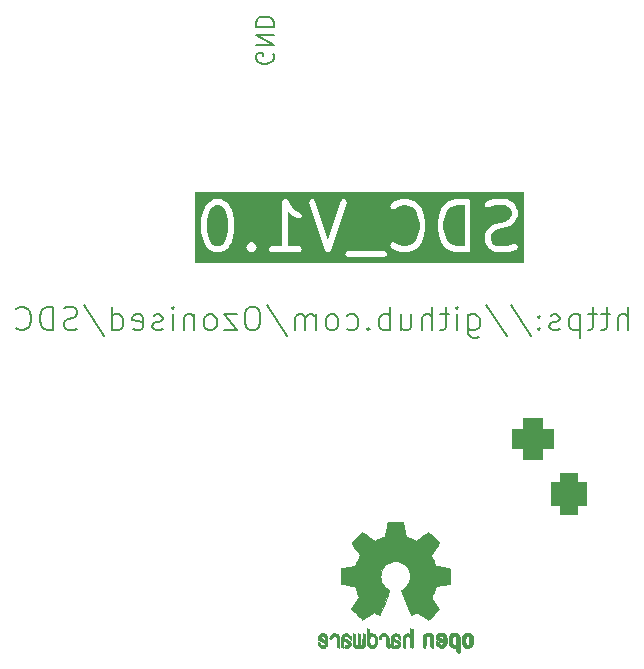
<source format=gbo>
G04 #@! TF.GenerationSoftware,KiCad,Pcbnew,7.0.6-7.0.6~ubuntu22.04.1*
G04 #@! TF.CreationDate,2023-07-29T13:02:34+05:30*
G04 #@! TF.ProjectId,SDC_Schematic,5344435f-5363-4686-956d-617469632e6b,rev?*
G04 #@! TF.SameCoordinates,Original*
G04 #@! TF.FileFunction,Legend,Bot*
G04 #@! TF.FilePolarity,Positive*
%FSLAX46Y46*%
G04 Gerber Fmt 4.6, Leading zero omitted, Abs format (unit mm)*
G04 Created by KiCad (PCBNEW 7.0.6-7.0.6~ubuntu22.04.1) date 2023-07-29 13:02:34*
%MOMM*%
%LPD*%
G01*
G04 APERTURE LIST*
G04 Aperture macros list*
%AMRoundRect*
0 Rectangle with rounded corners*
0 $1 Rounding radius*
0 $2 $3 $4 $5 $6 $7 $8 $9 X,Y pos of 4 corners*
0 Add a 4 corners polygon primitive as box body*
4,1,4,$2,$3,$4,$5,$6,$7,$8,$9,$2,$3,0*
0 Add four circle primitives for the rounded corners*
1,1,$1+$1,$2,$3*
1,1,$1+$1,$4,$5*
1,1,$1+$1,$6,$7*
1,1,$1+$1,$8,$9*
0 Add four rect primitives between the rounded corners*
20,1,$1+$1,$2,$3,$4,$5,0*
20,1,$1+$1,$4,$5,$6,$7,0*
20,1,$1+$1,$6,$7,$8,$9,0*
20,1,$1+$1,$8,$9,$2,$3,0*%
G04 Aperture macros list end*
%ADD10C,0.500000*%
%ADD11C,0.160000*%
%ADD12C,0.180000*%
%ADD13C,0.010000*%
%ADD14C,1.600000*%
%ADD15R,1.600000X1.600000*%
%ADD16O,1.600000X1.600000*%
%ADD17C,3.500000*%
%ADD18R,1.700000X1.700000*%
%ADD19O,1.700000X1.700000*%
%ADD20R,1.524000X1.524000*%
%ADD21C,1.500000*%
%ADD22C,2.000000*%
%ADD23R,1.980000X3.960000*%
%ADD24O,1.980000X3.960000*%
%ADD25R,3.500000X3.500000*%
%ADD26RoundRect,0.750000X0.750000X1.000000X-0.750000X1.000000X-0.750000X-1.000000X0.750000X-1.000000X0*%
%ADD27RoundRect,0.875000X0.875000X0.875000X-0.875000X0.875000X-0.875000X-0.875000X0.875000X-0.875000X0*%
G04 APERTURE END LIST*
D10*
G36*
X159189628Y-62880415D02*
G01*
X159322731Y-63013518D01*
X159482791Y-63333634D01*
X159659148Y-64039062D01*
X159659148Y-64929888D01*
X159482791Y-65635316D01*
X159322730Y-65955434D01*
X159189630Y-66088535D01*
X158897750Y-66234476D01*
X158634831Y-66234476D01*
X158342952Y-66088536D01*
X158209850Y-65955434D01*
X158049790Y-65635314D01*
X157873433Y-64929887D01*
X157873433Y-64039063D01*
X158049790Y-63333636D01*
X158209849Y-63013518D01*
X158342953Y-62880414D01*
X158634831Y-62734476D01*
X158897750Y-62734476D01*
X159189628Y-62880415D01*
G37*
G36*
X179659148Y-66234476D02*
G01*
X178997337Y-66234476D01*
X178520383Y-66075491D01*
X178209850Y-65764958D01*
X178049788Y-65444835D01*
X177873433Y-64739412D01*
X177873433Y-64229538D01*
X178049789Y-63524114D01*
X178209849Y-63203994D01*
X178520382Y-62893460D01*
X178997337Y-62734476D01*
X179659148Y-62734476D01*
X179659148Y-66234476D01*
G37*
G36*
X184730577Y-67686857D02*
G01*
X156802004Y-67686857D01*
X156802004Y-66865428D01*
X169563909Y-66865428D01*
X169582939Y-66961099D01*
X169637132Y-67042205D01*
X169718238Y-67096398D01*
X169813909Y-67115428D01*
X172861529Y-67115428D01*
X172957200Y-67096398D01*
X173038306Y-67042205D01*
X173092499Y-66961099D01*
X173111529Y-66865428D01*
X173092499Y-66769757D01*
X173038306Y-66688651D01*
X172957200Y-66634458D01*
X172861529Y-66615428D01*
X169813909Y-66615428D01*
X169718238Y-66634458D01*
X169637132Y-66688651D01*
X169582939Y-66769757D01*
X169563909Y-66865428D01*
X156802004Y-66865428D01*
X156802004Y-64960666D01*
X157373433Y-64960666D01*
X157379408Y-64990705D01*
X157380897Y-65021300D01*
X157571374Y-65783205D01*
X157583071Y-65807965D01*
X157590303Y-65834374D01*
X157780779Y-66215326D01*
X157805349Y-66246984D01*
X157827609Y-66280299D01*
X158018085Y-66470776D01*
X158051400Y-66493036D01*
X158083059Y-66517607D01*
X158464010Y-66708083D01*
X158472674Y-66710455D01*
X158480143Y-66715446D01*
X158519444Y-66723263D01*
X158558092Y-66733847D01*
X158567003Y-66732723D01*
X158575814Y-66734476D01*
X158956767Y-66734476D01*
X158965577Y-66732723D01*
X158974489Y-66733847D01*
X159013135Y-66723263D01*
X159052438Y-66715446D01*
X159059907Y-66710455D01*
X159068570Y-66708083D01*
X159449522Y-66517607D01*
X159481180Y-66493037D01*
X159514496Y-66470776D01*
X159691271Y-66294001D01*
X161182957Y-66294001D01*
X161185682Y-66307699D01*
X161201987Y-66389671D01*
X161256180Y-66470777D01*
X161256183Y-66470779D01*
X161446656Y-66661252D01*
X161446657Y-66661253D01*
X161527763Y-66715446D01*
X161623434Y-66734476D01*
X161719105Y-66715446D01*
X161800211Y-66661253D01*
X161800212Y-66661252D01*
X161976988Y-66484476D01*
X163087719Y-66484476D01*
X163106749Y-66580147D01*
X163160942Y-66661253D01*
X163242048Y-66715446D01*
X163337719Y-66734476D01*
X164480577Y-66734476D01*
X165623434Y-66734476D01*
X165719105Y-66715446D01*
X165800211Y-66661253D01*
X165854404Y-66580147D01*
X165873434Y-66484476D01*
X165854404Y-66388805D01*
X165800211Y-66307699D01*
X165719105Y-66253506D01*
X165623434Y-66234476D01*
X164730577Y-66234476D01*
X164730577Y-63278505D01*
X165065704Y-63613633D01*
X165099019Y-63635894D01*
X165130678Y-63660464D01*
X165511631Y-63850940D01*
X165605712Y-63876704D01*
X165702491Y-63864504D01*
X165787235Y-63816196D01*
X165847041Y-63739136D01*
X165872805Y-63645055D01*
X165860605Y-63548276D01*
X165812297Y-63463532D01*
X165735237Y-63403726D01*
X165390571Y-63231393D01*
X165055811Y-62896633D01*
X164769225Y-62466754D01*
X166516919Y-62466754D01*
X166529119Y-62563533D01*
X167862453Y-66563533D01*
X167871298Y-66579051D01*
X167876017Y-66596280D01*
X167895237Y-66621045D01*
X167910760Y-66648276D01*
X167924869Y-66659226D01*
X167935823Y-66673340D01*
X167963057Y-66688864D01*
X167987820Y-66708083D01*
X168005048Y-66712800D01*
X168020567Y-66721647D01*
X168051668Y-66725567D01*
X168081902Y-66733847D01*
X168099623Y-66731612D01*
X168117346Y-66733847D01*
X168147584Y-66725566D01*
X168178681Y-66721646D01*
X168194195Y-66712801D01*
X168211428Y-66708083D01*
X168236196Y-66688859D01*
X168263425Y-66673339D01*
X168274374Y-66659230D01*
X168288488Y-66648277D01*
X168304013Y-66621040D01*
X168323231Y-66596279D01*
X168327948Y-66579052D01*
X168336795Y-66563533D01*
X168490132Y-66103522D01*
X173373433Y-66103522D01*
X173392463Y-66199193D01*
X173446656Y-66280299D01*
X173637132Y-66470776D01*
X173644598Y-66475764D01*
X173650108Y-66482864D01*
X173684929Y-66502713D01*
X173718237Y-66524969D01*
X173727045Y-66526721D01*
X173734852Y-66531171D01*
X174306281Y-66721647D01*
X174346037Y-66726658D01*
X174385338Y-66734476D01*
X174766290Y-66734476D01*
X174805590Y-66726658D01*
X174845347Y-66721647D01*
X175416776Y-66531171D01*
X175424580Y-66526722D01*
X175433390Y-66524970D01*
X175466700Y-66502712D01*
X175501520Y-66482864D01*
X175507029Y-66475765D01*
X175514496Y-66470776D01*
X175895448Y-66089824D01*
X175917710Y-66056505D01*
X175942278Y-66024851D01*
X176132755Y-65643899D01*
X176139987Y-65617488D01*
X176151684Y-65592729D01*
X176342160Y-64830823D01*
X176343649Y-64800228D01*
X176349624Y-64770190D01*
X177373433Y-64770190D01*
X177379408Y-64800229D01*
X177380897Y-64830824D01*
X177571373Y-65592729D01*
X177583069Y-65617487D01*
X177590302Y-65643899D01*
X177780780Y-66024851D01*
X177805345Y-66056504D01*
X177827609Y-66089823D01*
X178208561Y-66470776D01*
X178216027Y-66475765D01*
X178221537Y-66482864D01*
X178256356Y-66502712D01*
X178289667Y-66524970D01*
X178298476Y-66526722D01*
X178306281Y-66531171D01*
X178877710Y-66721647D01*
X178917466Y-66726658D01*
X178956767Y-66734476D01*
X179909148Y-66734476D01*
X180004819Y-66715446D01*
X180085925Y-66661253D01*
X180140118Y-66580147D01*
X180159148Y-66484476D01*
X180159148Y-65722571D01*
X181373433Y-65722571D01*
X181375185Y-65731381D01*
X181374062Y-65740294D01*
X181384646Y-65778943D01*
X181392463Y-65818242D01*
X181397453Y-65825710D01*
X181399826Y-65834375D01*
X181590304Y-66215327D01*
X181614871Y-66246982D01*
X181637133Y-66280299D01*
X181827609Y-66470776D01*
X181860924Y-66493036D01*
X181892583Y-66517607D01*
X182273534Y-66708083D01*
X182282198Y-66710455D01*
X182289667Y-66715446D01*
X182328968Y-66723263D01*
X182367616Y-66733847D01*
X182376527Y-66732723D01*
X182385338Y-66734476D01*
X183337719Y-66734476D01*
X183377019Y-66726658D01*
X183416776Y-66721647D01*
X183988205Y-66531171D01*
X184072949Y-66482864D01*
X184132755Y-66405804D01*
X184158519Y-66311722D01*
X184146319Y-66214943D01*
X184098012Y-66130199D01*
X184020952Y-66070393D01*
X183926871Y-66044629D01*
X183830091Y-66056829D01*
X183297149Y-66234476D01*
X182444355Y-66234476D01*
X182152477Y-66088537D01*
X182019374Y-65955434D01*
X181873433Y-65663552D01*
X181873433Y-65400636D01*
X182019373Y-65108756D01*
X182152477Y-64975652D01*
X182472593Y-64815594D01*
X183207877Y-64631774D01*
X183232635Y-64620077D01*
X183259047Y-64612845D01*
X183639999Y-64422367D01*
X183671654Y-64397799D01*
X183704971Y-64375538D01*
X183895448Y-64185062D01*
X183917708Y-64151746D01*
X183942279Y-64120088D01*
X184132755Y-63739137D01*
X184135127Y-63730472D01*
X184140118Y-63723004D01*
X184147935Y-63683702D01*
X184158519Y-63645055D01*
X184157395Y-63636143D01*
X184159148Y-63627333D01*
X184159148Y-63246380D01*
X184157395Y-63237569D01*
X184158519Y-63228658D01*
X184147935Y-63190010D01*
X184140118Y-63150709D01*
X184135127Y-63143240D01*
X184132755Y-63134576D01*
X183942279Y-62753625D01*
X183917708Y-62721966D01*
X183895448Y-62688651D01*
X183704971Y-62498175D01*
X183671656Y-62475915D01*
X183639998Y-62451345D01*
X183259046Y-62260869D01*
X183250383Y-62258496D01*
X183242914Y-62253506D01*
X183203611Y-62245688D01*
X183164965Y-62235105D01*
X183156053Y-62236228D01*
X183147243Y-62234476D01*
X182194862Y-62234476D01*
X182155561Y-62242293D01*
X182115805Y-62247305D01*
X181544376Y-62437781D01*
X181459632Y-62486088D01*
X181399826Y-62563148D01*
X181374062Y-62657230D01*
X181386262Y-62754009D01*
X181434569Y-62838753D01*
X181511629Y-62898559D01*
X181605711Y-62924323D01*
X181702490Y-62912123D01*
X182235432Y-62734476D01*
X183088226Y-62734476D01*
X183380106Y-62880416D01*
X183513209Y-63013519D01*
X183659148Y-63305397D01*
X183659148Y-63568315D01*
X183513209Y-63860194D01*
X183380106Y-63993296D01*
X183059983Y-64153358D01*
X182324704Y-64337178D01*
X182299944Y-64348874D01*
X182273534Y-64356107D01*
X181892583Y-64546583D01*
X181860931Y-64571147D01*
X181827609Y-64593413D01*
X181637133Y-64783889D01*
X181614870Y-64817207D01*
X181590303Y-64848862D01*
X181399826Y-65229815D01*
X181397453Y-65238479D01*
X181392463Y-65245948D01*
X181384645Y-65285249D01*
X181374062Y-65323897D01*
X181375185Y-65332808D01*
X181373433Y-65341619D01*
X181373433Y-65722571D01*
X180159148Y-65722571D01*
X180159148Y-62484476D01*
X180140118Y-62388805D01*
X180085925Y-62307699D01*
X180004819Y-62253506D01*
X179909148Y-62234476D01*
X178956767Y-62234476D01*
X178917466Y-62242293D01*
X178877710Y-62247305D01*
X178306281Y-62437781D01*
X178298476Y-62442229D01*
X178289667Y-62443982D01*
X178256356Y-62466239D01*
X178221537Y-62486088D01*
X178216027Y-62493186D01*
X178208561Y-62498176D01*
X177827609Y-62879127D01*
X177805346Y-62912445D01*
X177780779Y-62944100D01*
X177590302Y-63325053D01*
X177583069Y-63351463D01*
X177571373Y-63376223D01*
X177380897Y-64138127D01*
X177379408Y-64168721D01*
X177373433Y-64198761D01*
X177373433Y-64770190D01*
X176349624Y-64770190D01*
X176349624Y-64198761D01*
X176343649Y-64168723D01*
X176342160Y-64138127D01*
X176151684Y-63376223D01*
X176139986Y-63351462D01*
X176132755Y-63325054D01*
X175942278Y-62944100D01*
X175917706Y-62912439D01*
X175895447Y-62879127D01*
X175514496Y-62498175D01*
X175507028Y-62493185D01*
X175501520Y-62486088D01*
X175466705Y-62466242D01*
X175433390Y-62443982D01*
X175424580Y-62442229D01*
X175416776Y-62437781D01*
X174845347Y-62247305D01*
X174805590Y-62242293D01*
X174766290Y-62234476D01*
X174385338Y-62234476D01*
X174346037Y-62242293D01*
X174306281Y-62247305D01*
X173734852Y-62437781D01*
X173727048Y-62442229D01*
X173718238Y-62443982D01*
X173684922Y-62466242D01*
X173650108Y-62486088D01*
X173644599Y-62493185D01*
X173637132Y-62498175D01*
X173446656Y-62688651D01*
X173392463Y-62769757D01*
X173373433Y-62865428D01*
X173392463Y-62961099D01*
X173446656Y-63042205D01*
X173527762Y-63096398D01*
X173623433Y-63115428D01*
X173719104Y-63096398D01*
X173800210Y-63042205D01*
X173948954Y-62893460D01*
X174425908Y-62734476D01*
X174725720Y-62734476D01*
X175202673Y-62893460D01*
X175513206Y-63203992D01*
X175673268Y-63524115D01*
X175849623Y-64229538D01*
X175849623Y-64739412D01*
X175673267Y-65444840D01*
X175513206Y-65764958D01*
X175202674Y-66075491D01*
X174725720Y-66234476D01*
X174425908Y-66234476D01*
X173948954Y-66075491D01*
X173800210Y-65926747D01*
X173719104Y-65872553D01*
X173623434Y-65853523D01*
X173527763Y-65872553D01*
X173446657Y-65926746D01*
X173392463Y-66007852D01*
X173373433Y-66103522D01*
X168490132Y-66103522D01*
X169670128Y-62563533D01*
X169682328Y-62466754D01*
X169656564Y-62372672D01*
X169596758Y-62295613D01*
X169512014Y-62247305D01*
X169415235Y-62235105D01*
X169321153Y-62260869D01*
X169244093Y-62320676D01*
X169195786Y-62405419D01*
X168099623Y-65693906D01*
X167003461Y-62405419D01*
X166955154Y-62320675D01*
X166878094Y-62260869D01*
X166784012Y-62235105D01*
X166687233Y-62247305D01*
X166602489Y-62295612D01*
X166542683Y-62372672D01*
X166516919Y-62466754D01*
X164769225Y-62466754D01*
X164688590Y-62345801D01*
X164671106Y-62328280D01*
X164657354Y-62307699D01*
X164636987Y-62294090D01*
X164619687Y-62276754D01*
X164596828Y-62267257D01*
X164576248Y-62253506D01*
X164552227Y-62248728D01*
X164529606Y-62239330D01*
X164504851Y-62239304D01*
X164480577Y-62234476D01*
X164456554Y-62239254D01*
X164432061Y-62239229D01*
X164409183Y-62248676D01*
X164384906Y-62253506D01*
X164364540Y-62267113D01*
X164341902Y-62276463D01*
X164324381Y-62293946D01*
X164303800Y-62307699D01*
X164290191Y-62328065D01*
X164272855Y-62345366D01*
X164263358Y-62368224D01*
X164249607Y-62388805D01*
X164244829Y-62412825D01*
X164235431Y-62435447D01*
X164235405Y-62460201D01*
X164230577Y-62484476D01*
X164230577Y-66234476D01*
X163337719Y-66234476D01*
X163242048Y-66253506D01*
X163160942Y-66307699D01*
X163106749Y-66388805D01*
X163087719Y-66484476D01*
X161976988Y-66484476D01*
X161990687Y-66470777D01*
X162044880Y-66389671D01*
X162063911Y-66294000D01*
X162044880Y-66198329D01*
X161990687Y-66117223D01*
X161990686Y-66117222D01*
X161800213Y-65926749D01*
X161800211Y-65926746D01*
X161719105Y-65872553D01*
X161713329Y-65871404D01*
X161623435Y-65853523D01*
X161623434Y-65853523D01*
X161527763Y-65872553D01*
X161446657Y-65926746D01*
X161256180Y-66117223D01*
X161201987Y-66198329D01*
X161188264Y-66267323D01*
X161182957Y-66294001D01*
X159691271Y-66294001D01*
X159704972Y-66280300D01*
X159727234Y-66246981D01*
X159751802Y-66215327D01*
X159942279Y-65834375D01*
X159949511Y-65807964D01*
X159961208Y-65783205D01*
X160151684Y-65021299D01*
X160153173Y-64990704D01*
X160159148Y-64960666D01*
X160159148Y-64008285D01*
X160153173Y-63978246D01*
X160151684Y-63947652D01*
X159961208Y-63185746D01*
X159949511Y-63160986D01*
X159942279Y-63134576D01*
X159751802Y-62753624D01*
X159727234Y-62721969D01*
X159704972Y-62688651D01*
X159514496Y-62498175D01*
X159481174Y-62475910D01*
X159449522Y-62451345D01*
X159068570Y-62260869D01*
X159059907Y-62258496D01*
X159052438Y-62253506D01*
X159013135Y-62245688D01*
X158974489Y-62235105D01*
X158965577Y-62236228D01*
X158956767Y-62234476D01*
X158575814Y-62234476D01*
X158567003Y-62236228D01*
X158558092Y-62235105D01*
X158519444Y-62245688D01*
X158480143Y-62253506D01*
X158472674Y-62258496D01*
X158464010Y-62260869D01*
X158083059Y-62451345D01*
X158051407Y-62475909D01*
X158018085Y-62498175D01*
X157827609Y-62688651D01*
X157805344Y-62721972D01*
X157780779Y-62753625D01*
X157590303Y-63134577D01*
X157583071Y-63160985D01*
X157571374Y-63185746D01*
X157380897Y-63947651D01*
X157379408Y-63978245D01*
X157373433Y-64008285D01*
X157373433Y-64960666D01*
X156802004Y-64960666D01*
X156802004Y-61663047D01*
X184730577Y-61663047D01*
X184730577Y-67686857D01*
G37*
D11*
X193518546Y-73346918D02*
X193518546Y-71346918D01*
X192661403Y-73346918D02*
X192661403Y-72299299D01*
X192661403Y-72299299D02*
X192756641Y-72108822D01*
X192756641Y-72108822D02*
X192947117Y-72013584D01*
X192947117Y-72013584D02*
X193232832Y-72013584D01*
X193232832Y-72013584D02*
X193423308Y-72108822D01*
X193423308Y-72108822D02*
X193518546Y-72204060D01*
X191994736Y-72013584D02*
X191232832Y-72013584D01*
X191709022Y-71346918D02*
X191709022Y-73061203D01*
X191709022Y-73061203D02*
X191613784Y-73251680D01*
X191613784Y-73251680D02*
X191423308Y-73346918D01*
X191423308Y-73346918D02*
X191232832Y-73346918D01*
X190851879Y-72013584D02*
X190089975Y-72013584D01*
X190566165Y-71346918D02*
X190566165Y-73061203D01*
X190566165Y-73061203D02*
X190470927Y-73251680D01*
X190470927Y-73251680D02*
X190280451Y-73346918D01*
X190280451Y-73346918D02*
X190089975Y-73346918D01*
X189423308Y-72013584D02*
X189423308Y-74013584D01*
X189423308Y-72108822D02*
X189232832Y-72013584D01*
X189232832Y-72013584D02*
X188851879Y-72013584D01*
X188851879Y-72013584D02*
X188661403Y-72108822D01*
X188661403Y-72108822D02*
X188566165Y-72204060D01*
X188566165Y-72204060D02*
X188470927Y-72394537D01*
X188470927Y-72394537D02*
X188470927Y-72965965D01*
X188470927Y-72965965D02*
X188566165Y-73156441D01*
X188566165Y-73156441D02*
X188661403Y-73251680D01*
X188661403Y-73251680D02*
X188851879Y-73346918D01*
X188851879Y-73346918D02*
X189232832Y-73346918D01*
X189232832Y-73346918D02*
X189423308Y-73251680D01*
X187709022Y-73251680D02*
X187518546Y-73346918D01*
X187518546Y-73346918D02*
X187137594Y-73346918D01*
X187137594Y-73346918D02*
X186947117Y-73251680D01*
X186947117Y-73251680D02*
X186851879Y-73061203D01*
X186851879Y-73061203D02*
X186851879Y-72965965D01*
X186851879Y-72965965D02*
X186947117Y-72775489D01*
X186947117Y-72775489D02*
X187137594Y-72680251D01*
X187137594Y-72680251D02*
X187423308Y-72680251D01*
X187423308Y-72680251D02*
X187613784Y-72585013D01*
X187613784Y-72585013D02*
X187709022Y-72394537D01*
X187709022Y-72394537D02*
X187709022Y-72299299D01*
X187709022Y-72299299D02*
X187613784Y-72108822D01*
X187613784Y-72108822D02*
X187423308Y-72013584D01*
X187423308Y-72013584D02*
X187137594Y-72013584D01*
X187137594Y-72013584D02*
X186947117Y-72108822D01*
X185994736Y-73156441D02*
X185899498Y-73251680D01*
X185899498Y-73251680D02*
X185994736Y-73346918D01*
X185994736Y-73346918D02*
X186089974Y-73251680D01*
X186089974Y-73251680D02*
X185994736Y-73156441D01*
X185994736Y-73156441D02*
X185994736Y-73346918D01*
X185994736Y-72108822D02*
X185899498Y-72204060D01*
X185899498Y-72204060D02*
X185994736Y-72299299D01*
X185994736Y-72299299D02*
X186089974Y-72204060D01*
X186089974Y-72204060D02*
X185994736Y-72108822D01*
X185994736Y-72108822D02*
X185994736Y-72299299D01*
X183613784Y-71251680D02*
X185328069Y-73823108D01*
X181518546Y-71251680D02*
X183232831Y-73823108D01*
X179994736Y-72013584D02*
X179994736Y-73632632D01*
X179994736Y-73632632D02*
X180089974Y-73823108D01*
X180089974Y-73823108D02*
X180185212Y-73918346D01*
X180185212Y-73918346D02*
X180375689Y-74013584D01*
X180375689Y-74013584D02*
X180661403Y-74013584D01*
X180661403Y-74013584D02*
X180851879Y-73918346D01*
X179994736Y-73251680D02*
X180185212Y-73346918D01*
X180185212Y-73346918D02*
X180566165Y-73346918D01*
X180566165Y-73346918D02*
X180756641Y-73251680D01*
X180756641Y-73251680D02*
X180851879Y-73156441D01*
X180851879Y-73156441D02*
X180947117Y-72965965D01*
X180947117Y-72965965D02*
X180947117Y-72394537D01*
X180947117Y-72394537D02*
X180851879Y-72204060D01*
X180851879Y-72204060D02*
X180756641Y-72108822D01*
X180756641Y-72108822D02*
X180566165Y-72013584D01*
X180566165Y-72013584D02*
X180185212Y-72013584D01*
X180185212Y-72013584D02*
X179994736Y-72108822D01*
X179042355Y-73346918D02*
X179042355Y-72013584D01*
X179042355Y-71346918D02*
X179137593Y-71442156D01*
X179137593Y-71442156D02*
X179042355Y-71537394D01*
X179042355Y-71537394D02*
X178947117Y-71442156D01*
X178947117Y-71442156D02*
X179042355Y-71346918D01*
X179042355Y-71346918D02*
X179042355Y-71537394D01*
X178375688Y-72013584D02*
X177613784Y-72013584D01*
X178089974Y-71346918D02*
X178089974Y-73061203D01*
X178089974Y-73061203D02*
X177994736Y-73251680D01*
X177994736Y-73251680D02*
X177804260Y-73346918D01*
X177804260Y-73346918D02*
X177613784Y-73346918D01*
X176947117Y-73346918D02*
X176947117Y-71346918D01*
X176089974Y-73346918D02*
X176089974Y-72299299D01*
X176089974Y-72299299D02*
X176185212Y-72108822D01*
X176185212Y-72108822D02*
X176375688Y-72013584D01*
X176375688Y-72013584D02*
X176661403Y-72013584D01*
X176661403Y-72013584D02*
X176851879Y-72108822D01*
X176851879Y-72108822D02*
X176947117Y-72204060D01*
X174280450Y-72013584D02*
X174280450Y-73346918D01*
X175137593Y-72013584D02*
X175137593Y-73061203D01*
X175137593Y-73061203D02*
X175042355Y-73251680D01*
X175042355Y-73251680D02*
X174851879Y-73346918D01*
X174851879Y-73346918D02*
X174566164Y-73346918D01*
X174566164Y-73346918D02*
X174375688Y-73251680D01*
X174375688Y-73251680D02*
X174280450Y-73156441D01*
X173328069Y-73346918D02*
X173328069Y-71346918D01*
X173328069Y-72108822D02*
X173137593Y-72013584D01*
X173137593Y-72013584D02*
X172756640Y-72013584D01*
X172756640Y-72013584D02*
X172566164Y-72108822D01*
X172566164Y-72108822D02*
X172470926Y-72204060D01*
X172470926Y-72204060D02*
X172375688Y-72394537D01*
X172375688Y-72394537D02*
X172375688Y-72965965D01*
X172375688Y-72965965D02*
X172470926Y-73156441D01*
X172470926Y-73156441D02*
X172566164Y-73251680D01*
X172566164Y-73251680D02*
X172756640Y-73346918D01*
X172756640Y-73346918D02*
X173137593Y-73346918D01*
X173137593Y-73346918D02*
X173328069Y-73251680D01*
X171518545Y-73156441D02*
X171423307Y-73251680D01*
X171423307Y-73251680D02*
X171518545Y-73346918D01*
X171518545Y-73346918D02*
X171613783Y-73251680D01*
X171613783Y-73251680D02*
X171518545Y-73156441D01*
X171518545Y-73156441D02*
X171518545Y-73346918D01*
X169709021Y-73251680D02*
X169899497Y-73346918D01*
X169899497Y-73346918D02*
X170280450Y-73346918D01*
X170280450Y-73346918D02*
X170470926Y-73251680D01*
X170470926Y-73251680D02*
X170566164Y-73156441D01*
X170566164Y-73156441D02*
X170661402Y-72965965D01*
X170661402Y-72965965D02*
X170661402Y-72394537D01*
X170661402Y-72394537D02*
X170566164Y-72204060D01*
X170566164Y-72204060D02*
X170470926Y-72108822D01*
X170470926Y-72108822D02*
X170280450Y-72013584D01*
X170280450Y-72013584D02*
X169899497Y-72013584D01*
X169899497Y-72013584D02*
X169709021Y-72108822D01*
X168566164Y-73346918D02*
X168756640Y-73251680D01*
X168756640Y-73251680D02*
X168851878Y-73156441D01*
X168851878Y-73156441D02*
X168947116Y-72965965D01*
X168947116Y-72965965D02*
X168947116Y-72394537D01*
X168947116Y-72394537D02*
X168851878Y-72204060D01*
X168851878Y-72204060D02*
X168756640Y-72108822D01*
X168756640Y-72108822D02*
X168566164Y-72013584D01*
X168566164Y-72013584D02*
X168280449Y-72013584D01*
X168280449Y-72013584D02*
X168089973Y-72108822D01*
X168089973Y-72108822D02*
X167994735Y-72204060D01*
X167994735Y-72204060D02*
X167899497Y-72394537D01*
X167899497Y-72394537D02*
X167899497Y-72965965D01*
X167899497Y-72965965D02*
X167994735Y-73156441D01*
X167994735Y-73156441D02*
X168089973Y-73251680D01*
X168089973Y-73251680D02*
X168280449Y-73346918D01*
X168280449Y-73346918D02*
X168566164Y-73346918D01*
X167042354Y-73346918D02*
X167042354Y-72013584D01*
X167042354Y-72204060D02*
X166947116Y-72108822D01*
X166947116Y-72108822D02*
X166756640Y-72013584D01*
X166756640Y-72013584D02*
X166470925Y-72013584D01*
X166470925Y-72013584D02*
X166280449Y-72108822D01*
X166280449Y-72108822D02*
X166185211Y-72299299D01*
X166185211Y-72299299D02*
X166185211Y-73346918D01*
X166185211Y-72299299D02*
X166089973Y-72108822D01*
X166089973Y-72108822D02*
X165899497Y-72013584D01*
X165899497Y-72013584D02*
X165613783Y-72013584D01*
X165613783Y-72013584D02*
X165423306Y-72108822D01*
X165423306Y-72108822D02*
X165328068Y-72299299D01*
X165328068Y-72299299D02*
X165328068Y-73346918D01*
X162947116Y-71251680D02*
X164661401Y-73823108D01*
X161899497Y-71346918D02*
X161518544Y-71346918D01*
X161518544Y-71346918D02*
X161328068Y-71442156D01*
X161328068Y-71442156D02*
X161137592Y-71632632D01*
X161137592Y-71632632D02*
X161042354Y-72013584D01*
X161042354Y-72013584D02*
X161042354Y-72680251D01*
X161042354Y-72680251D02*
X161137592Y-73061203D01*
X161137592Y-73061203D02*
X161328068Y-73251680D01*
X161328068Y-73251680D02*
X161518544Y-73346918D01*
X161518544Y-73346918D02*
X161899497Y-73346918D01*
X161899497Y-73346918D02*
X162089973Y-73251680D01*
X162089973Y-73251680D02*
X162280449Y-73061203D01*
X162280449Y-73061203D02*
X162375687Y-72680251D01*
X162375687Y-72680251D02*
X162375687Y-72013584D01*
X162375687Y-72013584D02*
X162280449Y-71632632D01*
X162280449Y-71632632D02*
X162089973Y-71442156D01*
X162089973Y-71442156D02*
X161899497Y-71346918D01*
X160375687Y-72013584D02*
X159328068Y-72013584D01*
X159328068Y-72013584D02*
X160375687Y-73346918D01*
X160375687Y-73346918D02*
X159328068Y-73346918D01*
X158280449Y-73346918D02*
X158470925Y-73251680D01*
X158470925Y-73251680D02*
X158566163Y-73156441D01*
X158566163Y-73156441D02*
X158661401Y-72965965D01*
X158661401Y-72965965D02*
X158661401Y-72394537D01*
X158661401Y-72394537D02*
X158566163Y-72204060D01*
X158566163Y-72204060D02*
X158470925Y-72108822D01*
X158470925Y-72108822D02*
X158280449Y-72013584D01*
X158280449Y-72013584D02*
X157994734Y-72013584D01*
X157994734Y-72013584D02*
X157804258Y-72108822D01*
X157804258Y-72108822D02*
X157709020Y-72204060D01*
X157709020Y-72204060D02*
X157613782Y-72394537D01*
X157613782Y-72394537D02*
X157613782Y-72965965D01*
X157613782Y-72965965D02*
X157709020Y-73156441D01*
X157709020Y-73156441D02*
X157804258Y-73251680D01*
X157804258Y-73251680D02*
X157994734Y-73346918D01*
X157994734Y-73346918D02*
X158280449Y-73346918D01*
X156756639Y-72013584D02*
X156756639Y-73346918D01*
X156756639Y-72204060D02*
X156661401Y-72108822D01*
X156661401Y-72108822D02*
X156470925Y-72013584D01*
X156470925Y-72013584D02*
X156185210Y-72013584D01*
X156185210Y-72013584D02*
X155994734Y-72108822D01*
X155994734Y-72108822D02*
X155899496Y-72299299D01*
X155899496Y-72299299D02*
X155899496Y-73346918D01*
X154947115Y-73346918D02*
X154947115Y-72013584D01*
X154947115Y-71346918D02*
X155042353Y-71442156D01*
X155042353Y-71442156D02*
X154947115Y-71537394D01*
X154947115Y-71537394D02*
X154851877Y-71442156D01*
X154851877Y-71442156D02*
X154947115Y-71346918D01*
X154947115Y-71346918D02*
X154947115Y-71537394D01*
X154089972Y-73251680D02*
X153899496Y-73346918D01*
X153899496Y-73346918D02*
X153518544Y-73346918D01*
X153518544Y-73346918D02*
X153328067Y-73251680D01*
X153328067Y-73251680D02*
X153232829Y-73061203D01*
X153232829Y-73061203D02*
X153232829Y-72965965D01*
X153232829Y-72965965D02*
X153328067Y-72775489D01*
X153328067Y-72775489D02*
X153518544Y-72680251D01*
X153518544Y-72680251D02*
X153804258Y-72680251D01*
X153804258Y-72680251D02*
X153994734Y-72585013D01*
X153994734Y-72585013D02*
X154089972Y-72394537D01*
X154089972Y-72394537D02*
X154089972Y-72299299D01*
X154089972Y-72299299D02*
X153994734Y-72108822D01*
X153994734Y-72108822D02*
X153804258Y-72013584D01*
X153804258Y-72013584D02*
X153518544Y-72013584D01*
X153518544Y-72013584D02*
X153328067Y-72108822D01*
X151613781Y-73251680D02*
X151804257Y-73346918D01*
X151804257Y-73346918D02*
X152185210Y-73346918D01*
X152185210Y-73346918D02*
X152375686Y-73251680D01*
X152375686Y-73251680D02*
X152470924Y-73061203D01*
X152470924Y-73061203D02*
X152470924Y-72299299D01*
X152470924Y-72299299D02*
X152375686Y-72108822D01*
X152375686Y-72108822D02*
X152185210Y-72013584D01*
X152185210Y-72013584D02*
X151804257Y-72013584D01*
X151804257Y-72013584D02*
X151613781Y-72108822D01*
X151613781Y-72108822D02*
X151518543Y-72299299D01*
X151518543Y-72299299D02*
X151518543Y-72489775D01*
X151518543Y-72489775D02*
X152470924Y-72680251D01*
X149804257Y-73346918D02*
X149804257Y-71346918D01*
X149804257Y-73251680D02*
X149994733Y-73346918D01*
X149994733Y-73346918D02*
X150375686Y-73346918D01*
X150375686Y-73346918D02*
X150566162Y-73251680D01*
X150566162Y-73251680D02*
X150661400Y-73156441D01*
X150661400Y-73156441D02*
X150756638Y-72965965D01*
X150756638Y-72965965D02*
X150756638Y-72394537D01*
X150756638Y-72394537D02*
X150661400Y-72204060D01*
X150661400Y-72204060D02*
X150566162Y-72108822D01*
X150566162Y-72108822D02*
X150375686Y-72013584D01*
X150375686Y-72013584D02*
X149994733Y-72013584D01*
X149994733Y-72013584D02*
X149804257Y-72108822D01*
X147423305Y-71251680D02*
X149137590Y-73823108D01*
X146851876Y-73251680D02*
X146566162Y-73346918D01*
X146566162Y-73346918D02*
X146089971Y-73346918D01*
X146089971Y-73346918D02*
X145899495Y-73251680D01*
X145899495Y-73251680D02*
X145804257Y-73156441D01*
X145804257Y-73156441D02*
X145709019Y-72965965D01*
X145709019Y-72965965D02*
X145709019Y-72775489D01*
X145709019Y-72775489D02*
X145804257Y-72585013D01*
X145804257Y-72585013D02*
X145899495Y-72489775D01*
X145899495Y-72489775D02*
X146089971Y-72394537D01*
X146089971Y-72394537D02*
X146470924Y-72299299D01*
X146470924Y-72299299D02*
X146661400Y-72204060D01*
X146661400Y-72204060D02*
X146756638Y-72108822D01*
X146756638Y-72108822D02*
X146851876Y-71918346D01*
X146851876Y-71918346D02*
X146851876Y-71727870D01*
X146851876Y-71727870D02*
X146756638Y-71537394D01*
X146756638Y-71537394D02*
X146661400Y-71442156D01*
X146661400Y-71442156D02*
X146470924Y-71346918D01*
X146470924Y-71346918D02*
X145994733Y-71346918D01*
X145994733Y-71346918D02*
X145709019Y-71442156D01*
X144851876Y-73346918D02*
X144851876Y-71346918D01*
X144851876Y-71346918D02*
X144375686Y-71346918D01*
X144375686Y-71346918D02*
X144089971Y-71442156D01*
X144089971Y-71442156D02*
X143899495Y-71632632D01*
X143899495Y-71632632D02*
X143804257Y-71823108D01*
X143804257Y-71823108D02*
X143709019Y-72204060D01*
X143709019Y-72204060D02*
X143709019Y-72489775D01*
X143709019Y-72489775D02*
X143804257Y-72870727D01*
X143804257Y-72870727D02*
X143899495Y-73061203D01*
X143899495Y-73061203D02*
X144089971Y-73251680D01*
X144089971Y-73251680D02*
X144375686Y-73346918D01*
X144375686Y-73346918D02*
X144851876Y-73346918D01*
X141709019Y-73156441D02*
X141804257Y-73251680D01*
X141804257Y-73251680D02*
X142089971Y-73346918D01*
X142089971Y-73346918D02*
X142280447Y-73346918D01*
X142280447Y-73346918D02*
X142566162Y-73251680D01*
X142566162Y-73251680D02*
X142756638Y-73061203D01*
X142756638Y-73061203D02*
X142851876Y-72870727D01*
X142851876Y-72870727D02*
X142947114Y-72489775D01*
X142947114Y-72489775D02*
X142947114Y-72204060D01*
X142947114Y-72204060D02*
X142851876Y-71823108D01*
X142851876Y-71823108D02*
X142756638Y-71632632D01*
X142756638Y-71632632D02*
X142566162Y-71442156D01*
X142566162Y-71442156D02*
X142280447Y-71346918D01*
X142280447Y-71346918D02*
X142089971Y-71346918D01*
X142089971Y-71346918D02*
X141804257Y-71442156D01*
X141804257Y-71442156D02*
X141709019Y-71537394D01*
D12*
X163421502Y-49938721D02*
X163492931Y-50081579D01*
X163492931Y-50081579D02*
X163492931Y-50295864D01*
X163492931Y-50295864D02*
X163421502Y-50510150D01*
X163421502Y-50510150D02*
X163278645Y-50653007D01*
X163278645Y-50653007D02*
X163135788Y-50724436D01*
X163135788Y-50724436D02*
X162850074Y-50795864D01*
X162850074Y-50795864D02*
X162635788Y-50795864D01*
X162635788Y-50795864D02*
X162350074Y-50724436D01*
X162350074Y-50724436D02*
X162207217Y-50653007D01*
X162207217Y-50653007D02*
X162064360Y-50510150D01*
X162064360Y-50510150D02*
X161992931Y-50295864D01*
X161992931Y-50295864D02*
X161992931Y-50153007D01*
X161992931Y-50153007D02*
X162064360Y-49938721D01*
X162064360Y-49938721D02*
X162135788Y-49867293D01*
X162135788Y-49867293D02*
X162635788Y-49867293D01*
X162635788Y-49867293D02*
X162635788Y-50153007D01*
X161992931Y-49224436D02*
X163492931Y-49224436D01*
X163492931Y-49224436D02*
X161992931Y-48367293D01*
X161992931Y-48367293D02*
X163492931Y-48367293D01*
X161992931Y-47653007D02*
X163492931Y-47653007D01*
X163492931Y-47653007D02*
X163492931Y-47295864D01*
X163492931Y-47295864D02*
X163421502Y-47081578D01*
X163421502Y-47081578D02*
X163278645Y-46938721D01*
X163278645Y-46938721D02*
X163135788Y-46867292D01*
X163135788Y-46867292D02*
X162850074Y-46795864D01*
X162850074Y-46795864D02*
X162635788Y-46795864D01*
X162635788Y-46795864D02*
X162350074Y-46867292D01*
X162350074Y-46867292D02*
X162207217Y-46938721D01*
X162207217Y-46938721D02*
X162064360Y-47081578D01*
X162064360Y-47081578D02*
X161992931Y-47295864D01*
X161992931Y-47295864D02*
X161992931Y-47653007D01*
D13*
X168736725Y-99024619D02*
X168857261Y-99069393D01*
X168907388Y-99103034D01*
X168958152Y-99151236D01*
X168994362Y-99212551D01*
X169018393Y-99296024D01*
X169032618Y-99410697D01*
X169039412Y-99565613D01*
X169041149Y-99769814D01*
X169040809Y-99875341D01*
X169039101Y-100019541D01*
X169036201Y-100134620D01*
X169032384Y-100210822D01*
X169027925Y-100238391D01*
X168998909Y-100229272D01*
X168940339Y-100204509D01*
X168938581Y-100203707D01*
X168908167Y-100187785D01*
X168887712Y-100165938D01*
X168875240Y-100127672D01*
X168868777Y-100062495D01*
X168866348Y-99959913D01*
X168865977Y-99809433D01*
X168865229Y-99713974D01*
X168857256Y-99534571D01*
X168838998Y-99403163D01*
X168808526Y-99312859D01*
X168763912Y-99256767D01*
X168703226Y-99227994D01*
X168694807Y-99225989D01*
X168581139Y-99224423D01*
X168492492Y-99275348D01*
X168431265Y-99377445D01*
X168420346Y-99406961D01*
X168395458Y-99472283D01*
X168382854Y-99502300D01*
X168356969Y-99498164D01*
X168300439Y-99475717D01*
X168247715Y-99438647D01*
X168223678Y-99368587D01*
X168230847Y-99318406D01*
X168274897Y-99216618D01*
X168346123Y-99121235D01*
X168429415Y-99055269D01*
X168464310Y-99040018D01*
X168596443Y-99014521D01*
X168736725Y-99024619D01*
G36*
X168736725Y-99024619D02*
G01*
X168857261Y-99069393D01*
X168907388Y-99103034D01*
X168958152Y-99151236D01*
X168994362Y-99212551D01*
X169018393Y-99296024D01*
X169032618Y-99410697D01*
X169039412Y-99565613D01*
X169041149Y-99769814D01*
X169040809Y-99875341D01*
X169039101Y-100019541D01*
X169036201Y-100134620D01*
X169032384Y-100210822D01*
X169027925Y-100238391D01*
X168998909Y-100229272D01*
X168940339Y-100204509D01*
X168938581Y-100203707D01*
X168908167Y-100187785D01*
X168887712Y-100165938D01*
X168875240Y-100127672D01*
X168868777Y-100062495D01*
X168866348Y-99959913D01*
X168865977Y-99809433D01*
X168865229Y-99713974D01*
X168857256Y-99534571D01*
X168838998Y-99403163D01*
X168808526Y-99312859D01*
X168763912Y-99256767D01*
X168703226Y-99227994D01*
X168694807Y-99225989D01*
X168581139Y-99224423D01*
X168492492Y-99275348D01*
X168431265Y-99377445D01*
X168420346Y-99406961D01*
X168395458Y-99472283D01*
X168382854Y-99502300D01*
X168356969Y-99498164D01*
X168300439Y-99475717D01*
X168247715Y-99438647D01*
X168223678Y-99368587D01*
X168230847Y-99318406D01*
X168274897Y-99216618D01*
X168346123Y-99121235D01*
X168429415Y-99055269D01*
X168464310Y-99040018D01*
X168596443Y-99014521D01*
X168736725Y-99024619D01*
G37*
X176678487Y-98957689D02*
X176814848Y-99021770D01*
X176926598Y-99132584D01*
X176949761Y-99167273D01*
X176968973Y-99206590D01*
X176982598Y-99256145D01*
X176991877Y-99325568D01*
X176998050Y-99424490D01*
X177002357Y-99562539D01*
X177006038Y-99749346D01*
X177015180Y-100267542D01*
X176938383Y-100238344D01*
X176868068Y-100211520D01*
X176815424Y-100185706D01*
X176781060Y-100152431D01*
X176761093Y-100101510D01*
X176751639Y-100022761D01*
X176748814Y-99905999D01*
X176748736Y-99741042D01*
X176748336Y-99609558D01*
X176745951Y-99483394D01*
X176740259Y-99397223D01*
X176729961Y-99340672D01*
X176713755Y-99303370D01*
X176690345Y-99274943D01*
X176632793Y-99234827D01*
X176536112Y-99219706D01*
X176440465Y-99257917D01*
X176434152Y-99262810D01*
X176414477Y-99285413D01*
X176399963Y-99321664D01*
X176389394Y-99380511D01*
X176381555Y-99470901D01*
X176375227Y-99601779D01*
X176369195Y-99782095D01*
X176354598Y-100264907D01*
X176230517Y-100209283D01*
X176106437Y-100153659D01*
X176106437Y-99712851D01*
X176106951Y-99593098D01*
X176111380Y-99426506D01*
X176122594Y-99302468D01*
X176143272Y-99210987D01*
X176176093Y-99142066D01*
X176223736Y-99085707D01*
X176288877Y-99031914D01*
X176382571Y-98977719D01*
X176530175Y-98942339D01*
X176678487Y-98957689D01*
G36*
X176678487Y-98957689D02*
G01*
X176814848Y-99021770D01*
X176926598Y-99132584D01*
X176949761Y-99167273D01*
X176968973Y-99206590D01*
X176982598Y-99256145D01*
X176991877Y-99325568D01*
X176998050Y-99424490D01*
X177002357Y-99562539D01*
X177006038Y-99749346D01*
X177015180Y-100267542D01*
X176938383Y-100238344D01*
X176868068Y-100211520D01*
X176815424Y-100185706D01*
X176781060Y-100152431D01*
X176761093Y-100101510D01*
X176751639Y-100022761D01*
X176748814Y-99905999D01*
X176748736Y-99741042D01*
X176748336Y-99609558D01*
X176745951Y-99483394D01*
X176740259Y-99397223D01*
X176729961Y-99340672D01*
X176713755Y-99303370D01*
X176690345Y-99274943D01*
X176632793Y-99234827D01*
X176536112Y-99219706D01*
X176440465Y-99257917D01*
X176434152Y-99262810D01*
X176414477Y-99285413D01*
X176399963Y-99321664D01*
X176389394Y-99380511D01*
X176381555Y-99470901D01*
X176375227Y-99601779D01*
X176369195Y-99782095D01*
X176354598Y-100264907D01*
X176230517Y-100209283D01*
X176106437Y-100153659D01*
X176106437Y-99712851D01*
X176106951Y-99593098D01*
X176111380Y-99426506D01*
X176122594Y-99302468D01*
X176143272Y-99210987D01*
X176176093Y-99142066D01*
X176223736Y-99085707D01*
X176288877Y-99031914D01*
X176382571Y-98977719D01*
X176530175Y-98942339D01*
X176678487Y-98957689D01*
G37*
X173010872Y-99055536D02*
X173020090Y-99060638D01*
X173095381Y-99119080D01*
X173162698Y-99194215D01*
X173174439Y-99211196D01*
X173196883Y-99250825D01*
X173212918Y-99297858D01*
X173223945Y-99362492D01*
X173231365Y-99454923D01*
X173236579Y-99585349D01*
X173240989Y-99763965D01*
X173241614Y-99794162D01*
X173243620Y-99989941D01*
X173240792Y-100128603D01*
X173233088Y-100211103D01*
X173220466Y-100238391D01*
X173182267Y-100230220D01*
X173117374Y-100205463D01*
X173102094Y-100198223D01*
X173078227Y-100181835D01*
X173061769Y-100154893D01*
X173051005Y-100107833D01*
X173044219Y-100031088D01*
X173039693Y-99915095D01*
X173035713Y-99750287D01*
X173034622Y-99702112D01*
X173030407Y-99549960D01*
X173024936Y-99443476D01*
X173016554Y-99372565D01*
X173003606Y-99327129D01*
X172984439Y-99297072D01*
X172957398Y-99272296D01*
X172877337Y-99228861D01*
X172778846Y-99220498D01*
X172690719Y-99253734D01*
X172627314Y-99322548D01*
X172602988Y-99420920D01*
X172602311Y-99447658D01*
X172589024Y-99496065D01*
X172549796Y-99503450D01*
X172472983Y-99474624D01*
X172455192Y-99465378D01*
X172407109Y-99411006D01*
X172406157Y-99330161D01*
X172451968Y-99218352D01*
X172493990Y-99157419D01*
X172601435Y-99070859D01*
X172734057Y-99021920D01*
X172875867Y-99015260D01*
X173010872Y-99055536D01*
G36*
X173010872Y-99055536D02*
G01*
X173020090Y-99060638D01*
X173095381Y-99119080D01*
X173162698Y-99194215D01*
X173174439Y-99211196D01*
X173196883Y-99250825D01*
X173212918Y-99297858D01*
X173223945Y-99362492D01*
X173231365Y-99454923D01*
X173236579Y-99585349D01*
X173240989Y-99763965D01*
X173241614Y-99794162D01*
X173243620Y-99989941D01*
X173240792Y-100128603D01*
X173233088Y-100211103D01*
X173220466Y-100238391D01*
X173182267Y-100230220D01*
X173117374Y-100205463D01*
X173102094Y-100198223D01*
X173078227Y-100181835D01*
X173061769Y-100154893D01*
X173051005Y-100107833D01*
X173044219Y-100031088D01*
X173039693Y-99915095D01*
X173035713Y-99750287D01*
X173034622Y-99702112D01*
X173030407Y-99549960D01*
X173024936Y-99443476D01*
X173016554Y-99372565D01*
X173003606Y-99327129D01*
X172984439Y-99297072D01*
X172957398Y-99272296D01*
X172877337Y-99228861D01*
X172778846Y-99220498D01*
X172690719Y-99253734D01*
X172627314Y-99322548D01*
X172602988Y-99420920D01*
X172602311Y-99447658D01*
X172589024Y-99496065D01*
X172549796Y-99503450D01*
X172472983Y-99474624D01*
X172455192Y-99465378D01*
X172407109Y-99411006D01*
X172406157Y-99330161D01*
X172451968Y-99218352D01*
X172493990Y-99157419D01*
X172601435Y-99070859D01*
X172734057Y-99021920D01*
X172875867Y-99015260D01*
X173010872Y-99055536D01*
G37*
X171092410Y-99020970D02*
X171156442Y-99046066D01*
X171230805Y-99079947D01*
X171230805Y-100058727D01*
X171138415Y-100151117D01*
X171117310Y-100171835D01*
X171058847Y-100217885D01*
X170999886Y-100232801D01*
X170912150Y-100225934D01*
X170876429Y-100221494D01*
X170784301Y-100212102D01*
X170719885Y-100208361D01*
X170700778Y-100208933D01*
X170622390Y-100215126D01*
X170527620Y-100225934D01*
X170497298Y-100229647D01*
X170420911Y-100231107D01*
X170365022Y-100208047D01*
X170301355Y-100151117D01*
X170208965Y-100058727D01*
X170208965Y-99535455D01*
X170209685Y-99380821D01*
X170211929Y-99233391D01*
X170215421Y-99116653D01*
X170219876Y-99039840D01*
X170225013Y-99012184D01*
X170226090Y-99012258D01*
X170263407Y-99026019D01*
X170326457Y-99056344D01*
X170411854Y-99100505D01*
X170419893Y-99559965D01*
X170427931Y-100019425D01*
X170603103Y-100019425D01*
X170611092Y-99515805D01*
X170613624Y-99378904D01*
X170617249Y-99232579D01*
X170621177Y-99116411D01*
X170625080Y-99039809D01*
X170628632Y-99012184D01*
X170629653Y-99012281D01*
X170665051Y-99022443D01*
X170730126Y-99044235D01*
X170822069Y-99076287D01*
X170822516Y-99518661D01*
X170822964Y-99595507D01*
X170826069Y-99744834D01*
X170831622Y-99869544D01*
X170839033Y-99958379D01*
X170847714Y-100000083D01*
X170878771Y-100022389D01*
X170942152Y-100029278D01*
X171011839Y-100019425D01*
X171019827Y-99515805D01*
X171022686Y-99387828D01*
X171028614Y-99236348D01*
X171036365Y-99117530D01*
X171045343Y-99039950D01*
X171054948Y-99012184D01*
X171092410Y-99020970D01*
G36*
X171092410Y-99020970D02*
G01*
X171156442Y-99046066D01*
X171230805Y-99079947D01*
X171230805Y-100058727D01*
X171138415Y-100151117D01*
X171117310Y-100171835D01*
X171058847Y-100217885D01*
X170999886Y-100232801D01*
X170912150Y-100225934D01*
X170876429Y-100221494D01*
X170784301Y-100212102D01*
X170719885Y-100208361D01*
X170700778Y-100208933D01*
X170622390Y-100215126D01*
X170527620Y-100225934D01*
X170497298Y-100229647D01*
X170420911Y-100231107D01*
X170365022Y-100208047D01*
X170301355Y-100151117D01*
X170208965Y-100058727D01*
X170208965Y-99535455D01*
X170209685Y-99380821D01*
X170211929Y-99233391D01*
X170215421Y-99116653D01*
X170219876Y-99039840D01*
X170225013Y-99012184D01*
X170226090Y-99012258D01*
X170263407Y-99026019D01*
X170326457Y-99056344D01*
X170411854Y-99100505D01*
X170419893Y-99559965D01*
X170427931Y-100019425D01*
X170603103Y-100019425D01*
X170611092Y-99515805D01*
X170613624Y-99378904D01*
X170617249Y-99232579D01*
X170621177Y-99116411D01*
X170625080Y-99039809D01*
X170628632Y-99012184D01*
X170629653Y-99012281D01*
X170665051Y-99022443D01*
X170730126Y-99044235D01*
X170822069Y-99076287D01*
X170822516Y-99518661D01*
X170822964Y-99595507D01*
X170826069Y-99744834D01*
X170831622Y-99869544D01*
X170839033Y-99958379D01*
X170847714Y-100000083D01*
X170878771Y-100022389D01*
X170942152Y-100029278D01*
X171011839Y-100019425D01*
X171019827Y-99515805D01*
X171022686Y-99387828D01*
X171028614Y-99236348D01*
X171036365Y-99117530D01*
X171045343Y-99039950D01*
X171054948Y-99012184D01*
X171092410Y-99020970D01*
G37*
X175164885Y-98618997D02*
X175259770Y-98659020D01*
X175259770Y-99448706D01*
X175259769Y-99457920D01*
X175259377Y-99665083D01*
X175258329Y-99851432D01*
X175256722Y-100009453D01*
X175254655Y-100131630D01*
X175252225Y-100210448D01*
X175249529Y-100238391D01*
X175248475Y-100238297D01*
X175212647Y-100228144D01*
X175147345Y-100206339D01*
X175055402Y-100174288D01*
X175055402Y-99762991D01*
X175054818Y-99601385D01*
X175052104Y-99484177D01*
X175045858Y-99404415D01*
X175034680Y-99351531D01*
X175017168Y-99314957D01*
X174991922Y-99284123D01*
X174974710Y-99267725D01*
X174881636Y-99222307D01*
X174779051Y-99226328D01*
X174685043Y-99280032D01*
X174671358Y-99293359D01*
X174649439Y-99321032D01*
X174634440Y-99357614D01*
X174625053Y-99413000D01*
X174619968Y-99497088D01*
X174617877Y-99619773D01*
X174617471Y-99790951D01*
X174617276Y-99877769D01*
X174616010Y-100020565D01*
X174613761Y-100134923D01*
X174610758Y-100210860D01*
X174607230Y-100238391D01*
X174606176Y-100238297D01*
X174570348Y-100228144D01*
X174505046Y-100206339D01*
X174413103Y-100174288D01*
X174413149Y-99761109D01*
X174413218Y-99724326D01*
X174417081Y-99532580D01*
X174428950Y-99387586D01*
X174451725Y-99279510D01*
X174488307Y-99198519D01*
X174541595Y-99134778D01*
X174614490Y-99078455D01*
X174685586Y-99043199D01*
X174799255Y-99015946D01*
X174911060Y-99014398D01*
X174997011Y-99040910D01*
X175003473Y-99044571D01*
X175023401Y-99044179D01*
X175037019Y-99013506D01*
X175046846Y-98943188D01*
X175055402Y-98823857D01*
X175070000Y-98578973D01*
X175164885Y-98618997D01*
G36*
X175164885Y-98618997D02*
G01*
X175259770Y-98659020D01*
X175259770Y-99448706D01*
X175259769Y-99457920D01*
X175259377Y-99665083D01*
X175258329Y-99851432D01*
X175256722Y-100009453D01*
X175254655Y-100131630D01*
X175252225Y-100210448D01*
X175249529Y-100238391D01*
X175248475Y-100238297D01*
X175212647Y-100228144D01*
X175147345Y-100206339D01*
X175055402Y-100174288D01*
X175055402Y-99762991D01*
X175054818Y-99601385D01*
X175052104Y-99484177D01*
X175045858Y-99404415D01*
X175034680Y-99351531D01*
X175017168Y-99314957D01*
X174991922Y-99284123D01*
X174974710Y-99267725D01*
X174881636Y-99222307D01*
X174779051Y-99226328D01*
X174685043Y-99280032D01*
X174671358Y-99293359D01*
X174649439Y-99321032D01*
X174634440Y-99357614D01*
X174625053Y-99413000D01*
X174619968Y-99497088D01*
X174617877Y-99619773D01*
X174617471Y-99790951D01*
X174617276Y-99877769D01*
X174616010Y-100020565D01*
X174613761Y-100134923D01*
X174610758Y-100210860D01*
X174607230Y-100238391D01*
X174606176Y-100238297D01*
X174570348Y-100228144D01*
X174505046Y-100206339D01*
X174413103Y-100174288D01*
X174413149Y-99761109D01*
X174413218Y-99724326D01*
X174417081Y-99532580D01*
X174428950Y-99387586D01*
X174451725Y-99279510D01*
X174488307Y-99198519D01*
X174541595Y-99134778D01*
X174614490Y-99078455D01*
X174685586Y-99043199D01*
X174799255Y-99015946D01*
X174911060Y-99014398D01*
X174997011Y-99040910D01*
X175003473Y-99044571D01*
X175023401Y-99044179D01*
X175037019Y-99013506D01*
X175046846Y-98943188D01*
X175055402Y-98823857D01*
X175070000Y-98578973D01*
X175164885Y-98618997D01*
G37*
X180368965Y-99596092D02*
X180368938Y-99627744D01*
X180367355Y-99768918D01*
X180361916Y-99867285D01*
X180350643Y-99935990D01*
X180331561Y-99988181D01*
X180302694Y-100037004D01*
X180295592Y-100047135D01*
X180220444Y-100127012D01*
X180134820Y-100187253D01*
X180090852Y-100206802D01*
X179932861Y-100239408D01*
X179776613Y-100218317D01*
X179632618Y-100146249D01*
X179511385Y-100025922D01*
X179501150Y-100009803D01*
X179467847Y-99916205D01*
X179445405Y-99785879D01*
X179434516Y-99635371D01*
X179435740Y-99496147D01*
X179730384Y-99496147D01*
X179732706Y-99689020D01*
X179733639Y-99701433D01*
X179747242Y-99807857D01*
X179771465Y-99875346D01*
X179812365Y-99921584D01*
X179880941Y-99964895D01*
X179948764Y-99967172D01*
X180018621Y-99917241D01*
X180030771Y-99904102D01*
X180054575Y-99864785D01*
X180068628Y-99807674D01*
X180075313Y-99719256D01*
X180077011Y-99586019D01*
X180074101Y-99461222D01*
X180059582Y-99342326D01*
X180029610Y-99267184D01*
X179980589Y-99227893D01*
X179908924Y-99216552D01*
X179881632Y-99218807D01*
X179805176Y-99260160D01*
X179754650Y-99352900D01*
X179730384Y-99496147D01*
X179435740Y-99496147D01*
X179435871Y-99481227D01*
X179450161Y-99339992D01*
X179478075Y-99228213D01*
X179513949Y-99153766D01*
X179614939Y-99037968D01*
X179751779Y-98966015D01*
X179919283Y-98941281D01*
X179964019Y-98942619D01*
X180095758Y-98970008D01*
X180203968Y-99039007D01*
X180303276Y-99157864D01*
X180309184Y-99166681D01*
X180335921Y-99214108D01*
X180353312Y-99267714D01*
X180363312Y-99340549D01*
X180367878Y-99445659D01*
X180368893Y-99586019D01*
X180368965Y-99596092D01*
G36*
X180368965Y-99596092D02*
G01*
X180368938Y-99627744D01*
X180367355Y-99768918D01*
X180361916Y-99867285D01*
X180350643Y-99935990D01*
X180331561Y-99988181D01*
X180302694Y-100037004D01*
X180295592Y-100047135D01*
X180220444Y-100127012D01*
X180134820Y-100187253D01*
X180090852Y-100206802D01*
X179932861Y-100239408D01*
X179776613Y-100218317D01*
X179632618Y-100146249D01*
X179511385Y-100025922D01*
X179501150Y-100009803D01*
X179467847Y-99916205D01*
X179445405Y-99785879D01*
X179434516Y-99635371D01*
X179435740Y-99496147D01*
X179730384Y-99496147D01*
X179732706Y-99689020D01*
X179733639Y-99701433D01*
X179747242Y-99807857D01*
X179771465Y-99875346D01*
X179812365Y-99921584D01*
X179880941Y-99964895D01*
X179948764Y-99967172D01*
X180018621Y-99917241D01*
X180030771Y-99904102D01*
X180054575Y-99864785D01*
X180068628Y-99807674D01*
X180075313Y-99719256D01*
X180077011Y-99586019D01*
X180074101Y-99461222D01*
X180059582Y-99342326D01*
X180029610Y-99267184D01*
X179980589Y-99227893D01*
X179908924Y-99216552D01*
X179881632Y-99218807D01*
X179805176Y-99260160D01*
X179754650Y-99352900D01*
X179730384Y-99496147D01*
X179435740Y-99496147D01*
X179435871Y-99481227D01*
X179450161Y-99339992D01*
X179478075Y-99228213D01*
X179513949Y-99153766D01*
X179614939Y-99037968D01*
X179751779Y-98966015D01*
X179919283Y-98941281D01*
X179964019Y-98942619D01*
X180095758Y-98970008D01*
X180203968Y-99039007D01*
X180303276Y-99157864D01*
X180309184Y-99166681D01*
X180335921Y-99214108D01*
X180353312Y-99267714D01*
X180363312Y-99340549D01*
X180367878Y-99445659D01*
X180368893Y-99586019D01*
X180368965Y-99596092D01*
G37*
X168048313Y-99631136D02*
X168047744Y-99708946D01*
X168040612Y-99862254D01*
X168021948Y-99974441D01*
X167987537Y-100057554D01*
X167933162Y-100123641D01*
X167854610Y-100184747D01*
X167804630Y-100212535D01*
X167724513Y-100231251D01*
X167611970Y-100229774D01*
X167549050Y-100223845D01*
X167473153Y-100205742D01*
X167412487Y-100166391D01*
X167341912Y-100093066D01*
X167332482Y-100082356D01*
X167269034Y-99999938D01*
X167238762Y-99928156D01*
X167231034Y-99843034D01*
X167231034Y-99717946D01*
X167318447Y-99750940D01*
X167382175Y-99789509D01*
X167437567Y-99880008D01*
X167449131Y-99908983D01*
X167513788Y-99991041D01*
X167601804Y-100032347D01*
X167697637Y-100028633D01*
X167785747Y-99975632D01*
X167816028Y-99942582D01*
X167843489Y-99892720D01*
X167834899Y-99847416D01*
X167785463Y-99800790D01*
X167690389Y-99746958D01*
X167544885Y-99680039D01*
X167245632Y-99549056D01*
X167237691Y-99419298D01*
X167240676Y-99336649D01*
X167435652Y-99336649D01*
X167450453Y-99387815D01*
X167517797Y-99442442D01*
X167640027Y-99504597D01*
X167660253Y-99513601D01*
X167756970Y-99555493D01*
X167829334Y-99584958D01*
X167862961Y-99596092D01*
X167868056Y-99587896D01*
X167870101Y-99537853D01*
X167862812Y-99457414D01*
X167844452Y-99378753D01*
X167787188Y-99279651D01*
X167704524Y-99223808D01*
X167605784Y-99216250D01*
X167500289Y-99262000D01*
X167471053Y-99284876D01*
X167435652Y-99336649D01*
X167240676Y-99336649D01*
X167241196Y-99322255D01*
X167285336Y-99199617D01*
X167341050Y-99132034D01*
X167456561Y-99056540D01*
X167593588Y-99018403D01*
X167735237Y-99021422D01*
X167864617Y-99069393D01*
X167893099Y-99087813D01*
X167958428Y-99144811D01*
X168003106Y-99216916D01*
X168030641Y-99314853D01*
X168044541Y-99449351D01*
X168046378Y-99537853D01*
X168048313Y-99631136D01*
G36*
X168048313Y-99631136D02*
G01*
X168047744Y-99708946D01*
X168040612Y-99862254D01*
X168021948Y-99974441D01*
X167987537Y-100057554D01*
X167933162Y-100123641D01*
X167854610Y-100184747D01*
X167804630Y-100212535D01*
X167724513Y-100231251D01*
X167611970Y-100229774D01*
X167549050Y-100223845D01*
X167473153Y-100205742D01*
X167412487Y-100166391D01*
X167341912Y-100093066D01*
X167332482Y-100082356D01*
X167269034Y-99999938D01*
X167238762Y-99928156D01*
X167231034Y-99843034D01*
X167231034Y-99717946D01*
X167318447Y-99750940D01*
X167382175Y-99789509D01*
X167437567Y-99880008D01*
X167449131Y-99908983D01*
X167513788Y-99991041D01*
X167601804Y-100032347D01*
X167697637Y-100028633D01*
X167785747Y-99975632D01*
X167816028Y-99942582D01*
X167843489Y-99892720D01*
X167834899Y-99847416D01*
X167785463Y-99800790D01*
X167690389Y-99746958D01*
X167544885Y-99680039D01*
X167245632Y-99549056D01*
X167237691Y-99419298D01*
X167240676Y-99336649D01*
X167435652Y-99336649D01*
X167450453Y-99387815D01*
X167517797Y-99442442D01*
X167640027Y-99504597D01*
X167660253Y-99513601D01*
X167756970Y-99555493D01*
X167829334Y-99584958D01*
X167862961Y-99596092D01*
X167868056Y-99587896D01*
X167870101Y-99537853D01*
X167862812Y-99457414D01*
X167844452Y-99378753D01*
X167787188Y-99279651D01*
X167704524Y-99223808D01*
X167605784Y-99216250D01*
X167500289Y-99262000D01*
X167471053Y-99284876D01*
X167435652Y-99336649D01*
X167240676Y-99336649D01*
X167241196Y-99322255D01*
X167285336Y-99199617D01*
X167341050Y-99132034D01*
X167456561Y-99056540D01*
X167593588Y-99018403D01*
X167735237Y-99021422D01*
X167864617Y-99069393D01*
X167893099Y-99087813D01*
X167958428Y-99144811D01*
X168003106Y-99216916D01*
X168030641Y-99314853D01*
X168044541Y-99449351D01*
X168046378Y-99537853D01*
X168048313Y-99631136D01*
G37*
X172252553Y-99625287D02*
X172250219Y-99739135D01*
X172233739Y-99894320D01*
X172197883Y-100010612D01*
X172138455Y-100099411D01*
X172051257Y-100172119D01*
X171968195Y-100214150D01*
X171828709Y-100237538D01*
X171689412Y-100211965D01*
X171563510Y-100140694D01*
X171464210Y-100026991D01*
X171452219Y-100006024D01*
X171436384Y-99969291D01*
X171424638Y-99922415D01*
X171416378Y-99857355D01*
X171410998Y-99766070D01*
X171407892Y-99640519D01*
X171407797Y-99629379D01*
X171610345Y-99629379D01*
X171611035Y-99735644D01*
X171615400Y-99831762D01*
X171626192Y-99893811D01*
X171646126Y-99935502D01*
X171677916Y-99970543D01*
X171685364Y-99977279D01*
X171781060Y-100026992D01*
X171882312Y-100021905D01*
X171976614Y-99962362D01*
X172004694Y-99931514D01*
X172028196Y-99890618D01*
X172041322Y-99834080D01*
X172047030Y-99747657D01*
X172048276Y-99617106D01*
X172047661Y-99517487D01*
X172043407Y-99420251D01*
X172032682Y-99357502D01*
X172012707Y-99315382D01*
X171980704Y-99280032D01*
X171961905Y-99264114D01*
X171864492Y-99221235D01*
X171762437Y-99227985D01*
X171673825Y-99284123D01*
X171654749Y-99306382D01*
X171631486Y-99348293D01*
X171618036Y-99406822D01*
X171611841Y-99495880D01*
X171610345Y-99629379D01*
X171407797Y-99629379D01*
X171406457Y-99472661D01*
X171406086Y-99254455D01*
X171405977Y-98577072D01*
X171500862Y-98616819D01*
X171525949Y-98627699D01*
X171565881Y-98652268D01*
X171588739Y-98689475D01*
X171601301Y-98754541D01*
X171610345Y-98862687D01*
X171618605Y-98959788D01*
X171629523Y-99023535D01*
X171645165Y-99047323D01*
X171668736Y-99040943D01*
X171728801Y-99018525D01*
X171836145Y-99012967D01*
X171951624Y-99033728D01*
X172051257Y-99078455D01*
X172106072Y-99119856D01*
X172176452Y-99200632D01*
X172221528Y-99304195D01*
X172245496Y-99441947D01*
X172252239Y-99617106D01*
X172252553Y-99625287D01*
G36*
X172252553Y-99625287D02*
G01*
X172250219Y-99739135D01*
X172233739Y-99894320D01*
X172197883Y-100010612D01*
X172138455Y-100099411D01*
X172051257Y-100172119D01*
X171968195Y-100214150D01*
X171828709Y-100237538D01*
X171689412Y-100211965D01*
X171563510Y-100140694D01*
X171464210Y-100026991D01*
X171452219Y-100006024D01*
X171436384Y-99969291D01*
X171424638Y-99922415D01*
X171416378Y-99857355D01*
X171410998Y-99766070D01*
X171407892Y-99640519D01*
X171407797Y-99629379D01*
X171610345Y-99629379D01*
X171611035Y-99735644D01*
X171615400Y-99831762D01*
X171626192Y-99893811D01*
X171646126Y-99935502D01*
X171677916Y-99970543D01*
X171685364Y-99977279D01*
X171781060Y-100026992D01*
X171882312Y-100021905D01*
X171976614Y-99962362D01*
X172004694Y-99931514D01*
X172028196Y-99890618D01*
X172041322Y-99834080D01*
X172047030Y-99747657D01*
X172048276Y-99617106D01*
X172047661Y-99517487D01*
X172043407Y-99420251D01*
X172032682Y-99357502D01*
X172012707Y-99315382D01*
X171980704Y-99280032D01*
X171961905Y-99264114D01*
X171864492Y-99221235D01*
X171762437Y-99227985D01*
X171673825Y-99284123D01*
X171654749Y-99306382D01*
X171631486Y-99348293D01*
X171618036Y-99406822D01*
X171611841Y-99495880D01*
X171610345Y-99629379D01*
X171407797Y-99629379D01*
X171406457Y-99472661D01*
X171406086Y-99254455D01*
X171405977Y-98577072D01*
X171500862Y-98616819D01*
X171525949Y-98627699D01*
X171565881Y-98652268D01*
X171588739Y-98689475D01*
X171601301Y-98754541D01*
X171610345Y-98862687D01*
X171618605Y-98959788D01*
X171629523Y-99023535D01*
X171645165Y-99047323D01*
X171668736Y-99040943D01*
X171728801Y-99018525D01*
X171836145Y-99012967D01*
X171951624Y-99033728D01*
X172051257Y-99078455D01*
X172106072Y-99119856D01*
X172176452Y-99200632D01*
X172221528Y-99304195D01*
X172245496Y-99441947D01*
X172252239Y-99617106D01*
X172252553Y-99625287D01*
G37*
X178149452Y-99513329D02*
X178140168Y-99734639D01*
X178134926Y-99781526D01*
X178095868Y-99948409D01*
X178025290Y-100075326D01*
X177917955Y-100172602D01*
X177911888Y-100176616D01*
X177775440Y-100233706D01*
X177632973Y-100238786D01*
X177495696Y-100195311D01*
X177374819Y-100106734D01*
X177281552Y-99976509D01*
X177279986Y-99973369D01*
X177248993Y-99892501D01*
X177226292Y-99800593D01*
X177214250Y-99714311D01*
X177215237Y-99650321D01*
X177231623Y-99625287D01*
X177246179Y-99626809D01*
X177315792Y-99654496D01*
X177394697Y-99705409D01*
X177461820Y-99764343D01*
X177496087Y-99816094D01*
X177531707Y-99886291D01*
X177604711Y-99950138D01*
X177689485Y-99975632D01*
X177720558Y-99968261D01*
X177781891Y-99931154D01*
X177835315Y-99879644D01*
X177858161Y-99832913D01*
X177858154Y-99832740D01*
X177832233Y-99811280D01*
X177763127Y-99772565D01*
X177661249Y-99722037D01*
X177537011Y-99665134D01*
X177536328Y-99664833D01*
X177401355Y-99604738D01*
X177310884Y-99561440D01*
X177256039Y-99528179D01*
X177227944Y-99498194D01*
X177217724Y-99464726D01*
X177216503Y-99421015D01*
X177224996Y-99338244D01*
X177513219Y-99338244D01*
X177542970Y-99364265D01*
X177617101Y-99403256D01*
X177619274Y-99404359D01*
X177706733Y-99446009D01*
X177784974Y-99479235D01*
X177834611Y-99493291D01*
X177854521Y-99474503D01*
X177858161Y-99410124D01*
X177843035Y-99330001D01*
X177790597Y-99257189D01*
X177714677Y-99219439D01*
X177630040Y-99223251D01*
X177551447Y-99275121D01*
X177520555Y-99310965D01*
X177513219Y-99338244D01*
X177224996Y-99338244D01*
X177227251Y-99316265D01*
X177280389Y-99173949D01*
X177369342Y-99062111D01*
X177484448Y-98984676D01*
X177616045Y-98945568D01*
X177754472Y-98948711D01*
X177890065Y-98998030D01*
X178013164Y-99097447D01*
X178081366Y-99195829D01*
X178130356Y-99336261D01*
X178138322Y-99410124D01*
X178149452Y-99513329D01*
G36*
X178149452Y-99513329D02*
G01*
X178140168Y-99734639D01*
X178134926Y-99781526D01*
X178095868Y-99948409D01*
X178025290Y-100075326D01*
X177917955Y-100172602D01*
X177911888Y-100176616D01*
X177775440Y-100233706D01*
X177632973Y-100238786D01*
X177495696Y-100195311D01*
X177374819Y-100106734D01*
X177281552Y-99976509D01*
X177279986Y-99973369D01*
X177248993Y-99892501D01*
X177226292Y-99800593D01*
X177214250Y-99714311D01*
X177215237Y-99650321D01*
X177231623Y-99625287D01*
X177246179Y-99626809D01*
X177315792Y-99654496D01*
X177394697Y-99705409D01*
X177461820Y-99764343D01*
X177496087Y-99816094D01*
X177531707Y-99886291D01*
X177604711Y-99950138D01*
X177689485Y-99975632D01*
X177720558Y-99968261D01*
X177781891Y-99931154D01*
X177835315Y-99879644D01*
X177858161Y-99832913D01*
X177858154Y-99832740D01*
X177832233Y-99811280D01*
X177763127Y-99772565D01*
X177661249Y-99722037D01*
X177537011Y-99665134D01*
X177536328Y-99664833D01*
X177401355Y-99604738D01*
X177310884Y-99561440D01*
X177256039Y-99528179D01*
X177227944Y-99498194D01*
X177217724Y-99464726D01*
X177216503Y-99421015D01*
X177224996Y-99338244D01*
X177513219Y-99338244D01*
X177542970Y-99364265D01*
X177617101Y-99403256D01*
X177619274Y-99404359D01*
X177706733Y-99446009D01*
X177784974Y-99479235D01*
X177834611Y-99493291D01*
X177854521Y-99474503D01*
X177858161Y-99410124D01*
X177843035Y-99330001D01*
X177790597Y-99257189D01*
X177714677Y-99219439D01*
X177630040Y-99223251D01*
X177551447Y-99275121D01*
X177520555Y-99310965D01*
X177513219Y-99338244D01*
X177224996Y-99338244D01*
X177227251Y-99316265D01*
X177280389Y-99173949D01*
X177369342Y-99062111D01*
X177484448Y-98984676D01*
X177616045Y-98945568D01*
X177754472Y-98948711D01*
X177890065Y-98998030D01*
X178013164Y-99097447D01*
X178081366Y-99195829D01*
X178130356Y-99336261D01*
X178138322Y-99410124D01*
X178149452Y-99513329D01*
G37*
X173979995Y-99043674D02*
X174080355Y-99102191D01*
X174124505Y-99147784D01*
X174209347Y-99284072D01*
X174237931Y-99432658D01*
X174237931Y-99534882D01*
X174143963Y-99495372D01*
X174078977Y-99455504D01*
X174027763Y-99372734D01*
X174022504Y-99355669D01*
X173965903Y-99268724D01*
X173880594Y-99221758D01*
X173782641Y-99219741D01*
X173688106Y-99267644D01*
X173673993Y-99279998D01*
X173626797Y-99333683D01*
X173619003Y-99380488D01*
X173654706Y-99426446D01*
X173738003Y-99477588D01*
X173872988Y-99539948D01*
X173882118Y-99543897D01*
X174031969Y-99613772D01*
X174134316Y-99675672D01*
X174197320Y-99737476D01*
X174229138Y-99807062D01*
X174237931Y-99892308D01*
X174226409Y-99986816D01*
X174168228Y-100107785D01*
X174065875Y-100194688D01*
X173991843Y-100220778D01*
X173887367Y-100235055D01*
X173785917Y-100232006D01*
X173713472Y-100210467D01*
X173705777Y-100205104D01*
X173685341Y-100167632D01*
X173699522Y-100101591D01*
X173724161Y-100049753D01*
X173763670Y-100028172D01*
X173838602Y-100029246D01*
X173942630Y-100023055D01*
X174010605Y-99980311D01*
X174033563Y-99901189D01*
X174033542Y-99898916D01*
X174019629Y-99852986D01*
X173972303Y-99810845D01*
X173880287Y-99762272D01*
X173755151Y-99703790D01*
X173672268Y-99671975D01*
X173624420Y-99674025D01*
X173602063Y-99716051D01*
X173595649Y-99804162D01*
X173595632Y-99944469D01*
X173594917Y-100031081D01*
X173591635Y-100138041D01*
X173586300Y-100211250D01*
X173579585Y-100238391D01*
X173577790Y-100238206D01*
X173538982Y-100223498D01*
X173474709Y-100192456D01*
X173385880Y-100146521D01*
X173396436Y-99732628D01*
X173397171Y-99705179D01*
X173405555Y-99512517D01*
X173420366Y-99367309D01*
X173444629Y-99259887D01*
X173481364Y-99180584D01*
X173533597Y-99119730D01*
X173604348Y-99067658D01*
X173605657Y-99066842D01*
X173720056Y-99024360D01*
X173852365Y-99017184D01*
X173979995Y-99043674D01*
G36*
X173979995Y-99043674D02*
G01*
X174080355Y-99102191D01*
X174124505Y-99147784D01*
X174209347Y-99284072D01*
X174237931Y-99432658D01*
X174237931Y-99534882D01*
X174143963Y-99495372D01*
X174078977Y-99455504D01*
X174027763Y-99372734D01*
X174022504Y-99355669D01*
X173965903Y-99268724D01*
X173880594Y-99221758D01*
X173782641Y-99219741D01*
X173688106Y-99267644D01*
X173673993Y-99279998D01*
X173626797Y-99333683D01*
X173619003Y-99380488D01*
X173654706Y-99426446D01*
X173738003Y-99477588D01*
X173872988Y-99539948D01*
X173882118Y-99543897D01*
X174031969Y-99613772D01*
X174134316Y-99675672D01*
X174197320Y-99737476D01*
X174229138Y-99807062D01*
X174237931Y-99892308D01*
X174226409Y-99986816D01*
X174168228Y-100107785D01*
X174065875Y-100194688D01*
X173991843Y-100220778D01*
X173887367Y-100235055D01*
X173785917Y-100232006D01*
X173713472Y-100210467D01*
X173705777Y-100205104D01*
X173685341Y-100167632D01*
X173699522Y-100101591D01*
X173724161Y-100049753D01*
X173763670Y-100028172D01*
X173838602Y-100029246D01*
X173942630Y-100023055D01*
X174010605Y-99980311D01*
X174033563Y-99901189D01*
X174033542Y-99898916D01*
X174019629Y-99852986D01*
X173972303Y-99810845D01*
X173880287Y-99762272D01*
X173755151Y-99703790D01*
X173672268Y-99671975D01*
X173624420Y-99674025D01*
X173602063Y-99716051D01*
X173595649Y-99804162D01*
X173595632Y-99944469D01*
X173594917Y-100031081D01*
X173591635Y-100138041D01*
X173586300Y-100211250D01*
X173579585Y-100238391D01*
X173577790Y-100238206D01*
X173538982Y-100223498D01*
X173474709Y-100192456D01*
X173385880Y-100146521D01*
X173396436Y-99732628D01*
X173397171Y-99705179D01*
X173405555Y-99512517D01*
X173420366Y-99367309D01*
X173444629Y-99259887D01*
X173481364Y-99180584D01*
X173533597Y-99119730D01*
X173604348Y-99067658D01*
X173605657Y-99066842D01*
X173720056Y-99024360D01*
X173852365Y-99017184D01*
X173979995Y-99043674D01*
G37*
X179250778Y-99729502D02*
X179253668Y-99953736D01*
X179254471Y-100018785D01*
X179257040Y-100236260D01*
X179257556Y-100402672D01*
X179254437Y-100523846D01*
X179246100Y-100605607D01*
X179230962Y-100653781D01*
X179207441Y-100674194D01*
X179173956Y-100672672D01*
X179128923Y-100655039D01*
X179070761Y-100627121D01*
X179058332Y-100621164D01*
X179006578Y-100592006D01*
X178979550Y-100557314D01*
X178969207Y-100499470D01*
X178967509Y-100400857D01*
X178967433Y-100223793D01*
X178785038Y-100223793D01*
X178672840Y-100218880D01*
X178584620Y-100198953D01*
X178511358Y-100158678D01*
X178505896Y-100154741D01*
X178431558Y-100088243D01*
X178379823Y-100007908D01*
X178347196Y-99902758D01*
X178330182Y-99761815D01*
X178326030Y-99602588D01*
X178617241Y-99602588D01*
X178617291Y-99629276D01*
X178620064Y-99749738D01*
X178628967Y-99828484D01*
X178646617Y-99879618D01*
X178675632Y-99917241D01*
X178677440Y-99919038D01*
X178748753Y-99967720D01*
X178817865Y-99962921D01*
X178895925Y-99903971D01*
X178915019Y-99883823D01*
X178943142Y-99842515D01*
X178959000Y-99788787D01*
X178966009Y-99707326D01*
X178967586Y-99582821D01*
X178966220Y-99507445D01*
X178951402Y-99370362D01*
X178917579Y-99280548D01*
X178861389Y-99231460D01*
X178779472Y-99216552D01*
X178744956Y-99219729D01*
X178685235Y-99251254D01*
X178645752Y-99321505D01*
X178623942Y-99436583D01*
X178617241Y-99602588D01*
X178326030Y-99602588D01*
X178325287Y-99574101D01*
X178326371Y-99437122D01*
X178331307Y-99333364D01*
X178342272Y-99261412D01*
X178361438Y-99207500D01*
X178390977Y-99157864D01*
X178418092Y-99119931D01*
X178516550Y-99017522D01*
X178628100Y-98961903D01*
X178768246Y-98944297D01*
X178928635Y-98961847D01*
X179067288Y-99024797D01*
X179176951Y-99135824D01*
X179185218Y-99147578D01*
X179204499Y-99178813D01*
X179219269Y-99214507D01*
X179230254Y-99262364D01*
X179238174Y-99330087D01*
X179243753Y-99425382D01*
X179247713Y-99555952D01*
X179248188Y-99582821D01*
X179250778Y-99729502D01*
G36*
X179250778Y-99729502D02*
G01*
X179253668Y-99953736D01*
X179254471Y-100018785D01*
X179257040Y-100236260D01*
X179257556Y-100402672D01*
X179254437Y-100523846D01*
X179246100Y-100605607D01*
X179230962Y-100653781D01*
X179207441Y-100674194D01*
X179173956Y-100672672D01*
X179128923Y-100655039D01*
X179070761Y-100627121D01*
X179058332Y-100621164D01*
X179006578Y-100592006D01*
X178979550Y-100557314D01*
X178969207Y-100499470D01*
X178967509Y-100400857D01*
X178967433Y-100223793D01*
X178785038Y-100223793D01*
X178672840Y-100218880D01*
X178584620Y-100198953D01*
X178511358Y-100158678D01*
X178505896Y-100154741D01*
X178431558Y-100088243D01*
X178379823Y-100007908D01*
X178347196Y-99902758D01*
X178330182Y-99761815D01*
X178326030Y-99602588D01*
X178617241Y-99602588D01*
X178617291Y-99629276D01*
X178620064Y-99749738D01*
X178628967Y-99828484D01*
X178646617Y-99879618D01*
X178675632Y-99917241D01*
X178677440Y-99919038D01*
X178748753Y-99967720D01*
X178817865Y-99962921D01*
X178895925Y-99903971D01*
X178915019Y-99883823D01*
X178943142Y-99842515D01*
X178959000Y-99788787D01*
X178966009Y-99707326D01*
X178967586Y-99582821D01*
X178966220Y-99507445D01*
X178951402Y-99370362D01*
X178917579Y-99280548D01*
X178861389Y-99231460D01*
X178779472Y-99216552D01*
X178744956Y-99219729D01*
X178685235Y-99251254D01*
X178645752Y-99321505D01*
X178623942Y-99436583D01*
X178617241Y-99602588D01*
X178326030Y-99602588D01*
X178325287Y-99574101D01*
X178326371Y-99437122D01*
X178331307Y-99333364D01*
X178342272Y-99261412D01*
X178361438Y-99207500D01*
X178390977Y-99157864D01*
X178418092Y-99119931D01*
X178516550Y-99017522D01*
X178628100Y-98961903D01*
X178768246Y-98944297D01*
X178928635Y-98961847D01*
X179067288Y-99024797D01*
X179176951Y-99135824D01*
X179185218Y-99147578D01*
X179204499Y-99178813D01*
X179219269Y-99214507D01*
X179230254Y-99262364D01*
X179238174Y-99330087D01*
X179243753Y-99425382D01*
X179247713Y-99555952D01*
X179248188Y-99582821D01*
X179250778Y-99729502D01*
G37*
X169711628Y-99014810D02*
X169774194Y-99030702D01*
X169832446Y-99070322D01*
X169907418Y-99144076D01*
X169955633Y-99196163D01*
X170005858Y-99263786D01*
X170028510Y-99327168D01*
X170033793Y-99407584D01*
X170033793Y-99539201D01*
X169944035Y-99492785D01*
X169872904Y-99436225D01*
X169824183Y-99360040D01*
X169815814Y-99339326D01*
X169752056Y-99259041D01*
X169663470Y-99218784D01*
X169566873Y-99222702D01*
X169479080Y-99274943D01*
X169441936Y-99317370D01*
X169420300Y-99371647D01*
X169443461Y-99419954D01*
X169515479Y-99468545D01*
X169640410Y-99523677D01*
X169659368Y-99531292D01*
X169773105Y-99581125D01*
X169870706Y-99630265D01*
X169932803Y-99669080D01*
X169994999Y-99738411D01*
X170036346Y-99849051D01*
X170031957Y-99967782D01*
X169983037Y-100080148D01*
X169890797Y-100171690D01*
X169816110Y-100210658D01*
X169671832Y-100237944D01*
X169591656Y-100234263D01*
X169517435Y-100214360D01*
X169488960Y-100172598D01*
X169499608Y-100103820D01*
X169502705Y-100094726D01*
X169527268Y-100046498D01*
X169568165Y-100028245D01*
X169646079Y-100029466D01*
X169701091Y-100031126D01*
X169765459Y-100016881D01*
X169809561Y-99974292D01*
X169834680Y-99921857D01*
X169837481Y-99866929D01*
X169837352Y-99866608D01*
X169804785Y-99836928D01*
X169735083Y-99793735D01*
X169644898Y-99745461D01*
X169550883Y-99700539D01*
X169469689Y-99667402D01*
X169417968Y-99654483D01*
X169410274Y-99667134D01*
X169400588Y-99726668D01*
X169393954Y-99823887D01*
X169391494Y-99946437D01*
X169390922Y-100031263D01*
X169388225Y-100138094D01*
X169383821Y-100211257D01*
X169378270Y-100238391D01*
X169349254Y-100229272D01*
X169290684Y-100204509D01*
X169216322Y-100170627D01*
X169216322Y-99735933D01*
X169216797Y-99624508D01*
X169221293Y-99455301D01*
X169232747Y-99329769D01*
X169253828Y-99238363D01*
X169287206Y-99171532D01*
X169335550Y-99119726D01*
X169401531Y-99073393D01*
X169485594Y-99035156D01*
X169640807Y-99012184D01*
X169711628Y-99014810D01*
G36*
X169711628Y-99014810D02*
G01*
X169774194Y-99030702D01*
X169832446Y-99070322D01*
X169907418Y-99144076D01*
X169955633Y-99196163D01*
X170005858Y-99263786D01*
X170028510Y-99327168D01*
X170033793Y-99407584D01*
X170033793Y-99539201D01*
X169944035Y-99492785D01*
X169872904Y-99436225D01*
X169824183Y-99360040D01*
X169815814Y-99339326D01*
X169752056Y-99259041D01*
X169663470Y-99218784D01*
X169566873Y-99222702D01*
X169479080Y-99274943D01*
X169441936Y-99317370D01*
X169420300Y-99371647D01*
X169443461Y-99419954D01*
X169515479Y-99468545D01*
X169640410Y-99523677D01*
X169659368Y-99531292D01*
X169773105Y-99581125D01*
X169870706Y-99630265D01*
X169932803Y-99669080D01*
X169994999Y-99738411D01*
X170036346Y-99849051D01*
X170031957Y-99967782D01*
X169983037Y-100080148D01*
X169890797Y-100171690D01*
X169816110Y-100210658D01*
X169671832Y-100237944D01*
X169591656Y-100234263D01*
X169517435Y-100214360D01*
X169488960Y-100172598D01*
X169499608Y-100103820D01*
X169502705Y-100094726D01*
X169527268Y-100046498D01*
X169568165Y-100028245D01*
X169646079Y-100029466D01*
X169701091Y-100031126D01*
X169765459Y-100016881D01*
X169809561Y-99974292D01*
X169834680Y-99921857D01*
X169837481Y-99866929D01*
X169837352Y-99866608D01*
X169804785Y-99836928D01*
X169735083Y-99793735D01*
X169644898Y-99745461D01*
X169550883Y-99700539D01*
X169469689Y-99667402D01*
X169417968Y-99654483D01*
X169410274Y-99667134D01*
X169400588Y-99726668D01*
X169393954Y-99823887D01*
X169391494Y-99946437D01*
X169390922Y-100031263D01*
X169388225Y-100138094D01*
X169383821Y-100211257D01*
X169378270Y-100238391D01*
X169349254Y-100229272D01*
X169290684Y-100204509D01*
X169216322Y-100170627D01*
X169216322Y-99735933D01*
X169216797Y-99624508D01*
X169221293Y-99455301D01*
X169232747Y-99329769D01*
X169253828Y-99238363D01*
X169287206Y-99171532D01*
X169335550Y-99119726D01*
X169401531Y-99073393D01*
X169485594Y-99035156D01*
X169640807Y-99012184D01*
X169711628Y-99014810D01*
G37*
X174029175Y-89553045D02*
X174181895Y-89554039D01*
X174291792Y-89556593D01*
X174366235Y-89561445D01*
X174412594Y-89569331D01*
X174438239Y-89580988D01*
X174450539Y-89597153D01*
X174456865Y-89618563D01*
X174457047Y-89619332D01*
X174467441Y-89669663D01*
X174486339Y-89766888D01*
X174511802Y-89900810D01*
X174541890Y-90061235D01*
X174574664Y-90237967D01*
X174577337Y-90252428D01*
X174610010Y-90423959D01*
X174640413Y-90574625D01*
X174666568Y-90695267D01*
X174686496Y-90776729D01*
X174698220Y-90809852D01*
X174698282Y-90809905D01*
X174735229Y-90828229D01*
X174811057Y-90858677D01*
X174909425Y-90894685D01*
X174914965Y-90896640D01*
X175040724Y-90944170D01*
X175187011Y-91003783D01*
X175323293Y-91063056D01*
X175547390Y-91164765D01*
X176043618Y-90825897D01*
X176078570Y-90802063D01*
X176228280Y-90700755D01*
X176361867Y-90611575D01*
X176471343Y-90539773D01*
X176548718Y-90490603D01*
X176586004Y-90469317D01*
X176611552Y-90474196D01*
X176669555Y-90512002D01*
X176759195Y-90586870D01*
X176882957Y-90700903D01*
X177043328Y-90856205D01*
X177057679Y-90870341D01*
X177184933Y-90996999D01*
X177297969Y-91111745D01*
X177389867Y-91207391D01*
X177453707Y-91276746D01*
X177482570Y-91312620D01*
X177482664Y-91312794D01*
X177486331Y-91340106D01*
X177472808Y-91384408D01*
X177438684Y-91451761D01*
X177380548Y-91548226D01*
X177294988Y-91679863D01*
X177178594Y-91852734D01*
X177158759Y-91881912D01*
X177058445Y-92029726D01*
X176969923Y-92160577D01*
X176898465Y-92266643D01*
X176849343Y-92340102D01*
X176827831Y-92373130D01*
X176826208Y-92380126D01*
X176836387Y-92432326D01*
X176866879Y-92517561D01*
X176912712Y-92621291D01*
X176975000Y-92756951D01*
X177044548Y-92917921D01*
X177103609Y-93063621D01*
X177118252Y-93101333D01*
X177156600Y-93197622D01*
X177184770Y-93264704D01*
X177197497Y-93289885D01*
X177211545Y-93291767D01*
X177274681Y-93302651D01*
X177378019Y-93321449D01*
X177510809Y-93346115D01*
X177662297Y-93374604D01*
X177821732Y-93404873D01*
X177978361Y-93434875D01*
X178121433Y-93462566D01*
X178240195Y-93485900D01*
X178323896Y-93502833D01*
X178361782Y-93511320D01*
X178368063Y-93513713D01*
X178383373Y-93526619D01*
X178394763Y-93554096D01*
X178402803Y-93603446D01*
X178408064Y-93681973D01*
X178411116Y-93796980D01*
X178412529Y-93955770D01*
X178412873Y-94165645D01*
X178412873Y-94803906D01*
X178259598Y-94834160D01*
X178241057Y-94837785D01*
X178142596Y-94856569D01*
X178006448Y-94882093D01*
X177848087Y-94911468D01*
X177682988Y-94941806D01*
X177617973Y-94954009D01*
X177472697Y-94983697D01*
X177351626Y-95011770D01*
X177265886Y-95035536D01*
X177226601Y-95052301D01*
X177208799Y-95079694D01*
X177176389Y-95152174D01*
X177143234Y-95245977D01*
X177131564Y-95281103D01*
X177088604Y-95396409D01*
X177033192Y-95532876D01*
X176974353Y-95667954D01*
X176942884Y-95738509D01*
X176898051Y-95843895D01*
X176867240Y-95922818D01*
X176855785Y-95962053D01*
X176856422Y-95965014D01*
X176878150Y-96006639D01*
X176927146Y-96086969D01*
X176998438Y-96198220D01*
X177087054Y-96332605D01*
X177188023Y-96482340D01*
X177520261Y-96969931D01*
X177083771Y-97407149D01*
X177041555Y-97449221D01*
X176912470Y-97575153D01*
X176797107Y-97683754D01*
X176702224Y-97768903D01*
X176634582Y-97824482D01*
X176600938Y-97844368D01*
X176564402Y-97829238D01*
X176487890Y-97785801D01*
X176380196Y-97719270D01*
X176249767Y-97634867D01*
X176105052Y-97537816D01*
X175962910Y-97441964D01*
X175834678Y-97357557D01*
X175730054Y-97290850D01*
X175657171Y-97247024D01*
X175624158Y-97231264D01*
X175622223Y-97231408D01*
X175578369Y-97246945D01*
X175500598Y-97283121D01*
X175404392Y-97332785D01*
X175403381Y-97333329D01*
X175275605Y-97397326D01*
X175188051Y-97428591D01*
X175133726Y-97428677D01*
X175105641Y-97399138D01*
X175093752Y-97370061D01*
X175061668Y-97292188D01*
X175012247Y-97172475D01*
X174948118Y-97017286D01*
X174871911Y-96832984D01*
X174786255Y-96625933D01*
X174693781Y-96402496D01*
X174609962Y-96199226D01*
X174524678Y-95990649D01*
X174449222Y-95804263D01*
X174386126Y-95646407D01*
X174337923Y-95523419D01*
X174307144Y-95441639D01*
X174296322Y-95407406D01*
X174316991Y-95376015D01*
X174374409Y-95323602D01*
X174455688Y-95262704D01*
X174650820Y-95103387D01*
X174825445Y-94899807D01*
X174953235Y-94675808D01*
X175033402Y-94438003D01*
X175065160Y-94193007D01*
X175047722Y-93947433D01*
X174980301Y-93707895D01*
X174862111Y-93481007D01*
X174692364Y-93273383D01*
X174603856Y-93192527D01*
X174391804Y-93049559D01*
X174164905Y-92956352D01*
X173929791Y-92910687D01*
X173693094Y-92910344D01*
X173461446Y-92953105D01*
X173241478Y-93036750D01*
X173039822Y-93159061D01*
X172863111Y-93317817D01*
X172717977Y-93510801D01*
X172611050Y-93735793D01*
X172548964Y-93990575D01*
X172537569Y-94113377D01*
X172553246Y-94379434D01*
X172623846Y-94631856D01*
X172747282Y-94866182D01*
X172921466Y-95077952D01*
X173144311Y-95262704D01*
X173222561Y-95321123D01*
X173281244Y-95374110D01*
X173303678Y-95407356D01*
X173294732Y-95436339D01*
X173265703Y-95513996D01*
X173219026Y-95633451D01*
X173157231Y-95788362D01*
X173082850Y-95972392D01*
X172998412Y-96179200D01*
X172906449Y-96402446D01*
X172822771Y-96604742D01*
X172736366Y-96813686D01*
X172659138Y-97000498D01*
X172593716Y-97158814D01*
X172542731Y-97282269D01*
X172508812Y-97364498D01*
X172494590Y-97399138D01*
X172494425Y-97399548D01*
X172465972Y-97428798D01*
X172411382Y-97428463D01*
X172323609Y-97396980D01*
X172195608Y-97332785D01*
X172185532Y-97327380D01*
X172090481Y-97278750D01*
X172015424Y-97244328D01*
X171975842Y-97231264D01*
X171943400Y-97246702D01*
X171870895Y-97290258D01*
X171766565Y-97356751D01*
X171638539Y-97440998D01*
X171494948Y-97537816D01*
X171353468Y-97632734D01*
X171222611Y-97717490D01*
X171114292Y-97784496D01*
X171036960Y-97828529D01*
X170999062Y-97844368D01*
X170992607Y-97842357D01*
X170947609Y-97810658D01*
X170870727Y-97745181D01*
X170768721Y-97652048D01*
X170648351Y-97537381D01*
X170516379Y-97407300D01*
X170080039Y-96970232D01*
X170759733Y-95970440D01*
X170656402Y-95746886D01*
X170656096Y-95746225D01*
X170594046Y-95603714D01*
X170530640Y-95445018D01*
X170479558Y-95304368D01*
X170471827Y-95281683D01*
X170432852Y-95176370D01*
X170397707Y-95094534D01*
X170373195Y-95052301D01*
X170363212Y-95046337D01*
X170303286Y-95026329D01*
X170201532Y-95000442D01*
X170069068Y-94971370D01*
X169917011Y-94941806D01*
X169871466Y-94933467D01*
X169706685Y-94903107D01*
X169552930Y-94874509D01*
X169425678Y-94850564D01*
X169340402Y-94834160D01*
X169187126Y-94803906D01*
X169187126Y-94165645D01*
X169187160Y-94087165D01*
X169187808Y-93895703D01*
X169189720Y-93752812D01*
X169193469Y-93651189D01*
X169199622Y-93583531D01*
X169208751Y-93542536D01*
X169221427Y-93520900D01*
X169238218Y-93511320D01*
X169254474Y-93507439D01*
X169320748Y-93493710D01*
X169426479Y-93472745D01*
X169560915Y-93446588D01*
X169713302Y-93417283D01*
X169872890Y-93386877D01*
X170028925Y-93357413D01*
X170170657Y-93330937D01*
X170287331Y-93309494D01*
X170368197Y-93295128D01*
X170402503Y-93289885D01*
X170404822Y-93286720D01*
X170423474Y-93245642D01*
X170455753Y-93167044D01*
X170496391Y-93063621D01*
X170552788Y-92924273D01*
X170622214Y-92763226D01*
X170687288Y-92621291D01*
X170702202Y-92589432D01*
X170744047Y-92489669D01*
X170769118Y-92412721D01*
X170772426Y-92373130D01*
X170770720Y-92370325D01*
X170743631Y-92329005D01*
X170689927Y-92248740D01*
X170614877Y-92137350D01*
X170523746Y-92002655D01*
X170421800Y-91852476D01*
X170306930Y-91681851D01*
X170220761Y-91549311D01*
X170162131Y-91452112D01*
X170127650Y-91384234D01*
X170113926Y-91339656D01*
X170117568Y-91312361D01*
X170118794Y-91310313D01*
X170151747Y-91270536D01*
X170218927Y-91198052D01*
X170313419Y-91100046D01*
X170428306Y-90983702D01*
X170556672Y-90856205D01*
X170689831Y-90726821D01*
X170820269Y-90605209D01*
X170916119Y-90523156D01*
X170979866Y-90478560D01*
X171013996Y-90469317D01*
X171018456Y-90471393D01*
X171065421Y-90499385D01*
X171150685Y-90554084D01*
X171266259Y-90630237D01*
X171404154Y-90722592D01*
X171556381Y-90825897D01*
X172052610Y-91164765D01*
X172276707Y-91063056D01*
X172283219Y-91060109D01*
X172420804Y-91000504D01*
X172566767Y-90941222D01*
X172690575Y-90894685D01*
X172691122Y-90894493D01*
X172789414Y-90858497D01*
X172865081Y-90828095D01*
X172901780Y-90809852D01*
X172902374Y-90809190D01*
X172914833Y-90771831D01*
X172935336Y-90686871D01*
X172961907Y-90563469D01*
X172992567Y-90410782D01*
X173025336Y-90237967D01*
X173026478Y-90231774D01*
X173059193Y-90055431D01*
X173089155Y-89895743D01*
X173114425Y-89762905D01*
X173133065Y-89667113D01*
X173143135Y-89618563D01*
X173143779Y-89615873D01*
X173150408Y-89595088D01*
X173163841Y-89579466D01*
X173191446Y-89568270D01*
X173240593Y-89560762D01*
X173318653Y-89556205D01*
X173432994Y-89553863D01*
X173590986Y-89552998D01*
X173800000Y-89552874D01*
X173826262Y-89552874D01*
X174029175Y-89553045D01*
G36*
X174029175Y-89553045D02*
G01*
X174181895Y-89554039D01*
X174291792Y-89556593D01*
X174366235Y-89561445D01*
X174412594Y-89569331D01*
X174438239Y-89580988D01*
X174450539Y-89597153D01*
X174456865Y-89618563D01*
X174457047Y-89619332D01*
X174467441Y-89669663D01*
X174486339Y-89766888D01*
X174511802Y-89900810D01*
X174541890Y-90061235D01*
X174574664Y-90237967D01*
X174577337Y-90252428D01*
X174610010Y-90423959D01*
X174640413Y-90574625D01*
X174666568Y-90695267D01*
X174686496Y-90776729D01*
X174698220Y-90809852D01*
X174698282Y-90809905D01*
X174735229Y-90828229D01*
X174811057Y-90858677D01*
X174909425Y-90894685D01*
X174914965Y-90896640D01*
X175040724Y-90944170D01*
X175187011Y-91003783D01*
X175323293Y-91063056D01*
X175547390Y-91164765D01*
X176043618Y-90825897D01*
X176078570Y-90802063D01*
X176228280Y-90700755D01*
X176361867Y-90611575D01*
X176471343Y-90539773D01*
X176548718Y-90490603D01*
X176586004Y-90469317D01*
X176611552Y-90474196D01*
X176669555Y-90512002D01*
X176759195Y-90586870D01*
X176882957Y-90700903D01*
X177043328Y-90856205D01*
X177057679Y-90870341D01*
X177184933Y-90996999D01*
X177297969Y-91111745D01*
X177389867Y-91207391D01*
X177453707Y-91276746D01*
X177482570Y-91312620D01*
X177482664Y-91312794D01*
X177486331Y-91340106D01*
X177472808Y-91384408D01*
X177438684Y-91451761D01*
X177380548Y-91548226D01*
X177294988Y-91679863D01*
X177178594Y-91852734D01*
X177158759Y-91881912D01*
X177058445Y-92029726D01*
X176969923Y-92160577D01*
X176898465Y-92266643D01*
X176849343Y-92340102D01*
X176827831Y-92373130D01*
X176826208Y-92380126D01*
X176836387Y-92432326D01*
X176866879Y-92517561D01*
X176912712Y-92621291D01*
X176975000Y-92756951D01*
X177044548Y-92917921D01*
X177103609Y-93063621D01*
X177118252Y-93101333D01*
X177156600Y-93197622D01*
X177184770Y-93264704D01*
X177197497Y-93289885D01*
X177211545Y-93291767D01*
X177274681Y-93302651D01*
X177378019Y-93321449D01*
X177510809Y-93346115D01*
X177662297Y-93374604D01*
X177821732Y-93404873D01*
X177978361Y-93434875D01*
X178121433Y-93462566D01*
X178240195Y-93485900D01*
X178323896Y-93502833D01*
X178361782Y-93511320D01*
X178368063Y-93513713D01*
X178383373Y-93526619D01*
X178394763Y-93554096D01*
X178402803Y-93603446D01*
X178408064Y-93681973D01*
X178411116Y-93796980D01*
X178412529Y-93955770D01*
X178412873Y-94165645D01*
X178412873Y-94803906D01*
X178259598Y-94834160D01*
X178241057Y-94837785D01*
X178142596Y-94856569D01*
X178006448Y-94882093D01*
X177848087Y-94911468D01*
X177682988Y-94941806D01*
X177617973Y-94954009D01*
X177472697Y-94983697D01*
X177351626Y-95011770D01*
X177265886Y-95035536D01*
X177226601Y-95052301D01*
X177208799Y-95079694D01*
X177176389Y-95152174D01*
X177143234Y-95245977D01*
X177131564Y-95281103D01*
X177088604Y-95396409D01*
X177033192Y-95532876D01*
X176974353Y-95667954D01*
X176942884Y-95738509D01*
X176898051Y-95843895D01*
X176867240Y-95922818D01*
X176855785Y-95962053D01*
X176856422Y-95965014D01*
X176878150Y-96006639D01*
X176927146Y-96086969D01*
X176998438Y-96198220D01*
X177087054Y-96332605D01*
X177188023Y-96482340D01*
X177520261Y-96969931D01*
X177083771Y-97407149D01*
X177041555Y-97449221D01*
X176912470Y-97575153D01*
X176797107Y-97683754D01*
X176702224Y-97768903D01*
X176634582Y-97824482D01*
X176600938Y-97844368D01*
X176564402Y-97829238D01*
X176487890Y-97785801D01*
X176380196Y-97719270D01*
X176249767Y-97634867D01*
X176105052Y-97537816D01*
X175962910Y-97441964D01*
X175834678Y-97357557D01*
X175730054Y-97290850D01*
X175657171Y-97247024D01*
X175624158Y-97231264D01*
X175622223Y-97231408D01*
X175578369Y-97246945D01*
X175500598Y-97283121D01*
X175404392Y-97332785D01*
X175403381Y-97333329D01*
X175275605Y-97397326D01*
X175188051Y-97428591D01*
X175133726Y-97428677D01*
X175105641Y-97399138D01*
X175093752Y-97370061D01*
X175061668Y-97292188D01*
X175012247Y-97172475D01*
X174948118Y-97017286D01*
X174871911Y-96832984D01*
X174786255Y-96625933D01*
X174693781Y-96402496D01*
X174609962Y-96199226D01*
X174524678Y-95990649D01*
X174449222Y-95804263D01*
X174386126Y-95646407D01*
X174337923Y-95523419D01*
X174307144Y-95441639D01*
X174296322Y-95407406D01*
X174316991Y-95376015D01*
X174374409Y-95323602D01*
X174455688Y-95262704D01*
X174650820Y-95103387D01*
X174825445Y-94899807D01*
X174953235Y-94675808D01*
X175033402Y-94438003D01*
X175065160Y-94193007D01*
X175047722Y-93947433D01*
X174980301Y-93707895D01*
X174862111Y-93481007D01*
X174692364Y-93273383D01*
X174603856Y-93192527D01*
X174391804Y-93049559D01*
X174164905Y-92956352D01*
X173929791Y-92910687D01*
X173693094Y-92910344D01*
X173461446Y-92953105D01*
X173241478Y-93036750D01*
X173039822Y-93159061D01*
X172863111Y-93317817D01*
X172717977Y-93510801D01*
X172611050Y-93735793D01*
X172548964Y-93990575D01*
X172537569Y-94113377D01*
X172553246Y-94379434D01*
X172623846Y-94631856D01*
X172747282Y-94866182D01*
X172921466Y-95077952D01*
X173144311Y-95262704D01*
X173222561Y-95321123D01*
X173281244Y-95374110D01*
X173303678Y-95407356D01*
X173294732Y-95436339D01*
X173265703Y-95513996D01*
X173219026Y-95633451D01*
X173157231Y-95788362D01*
X173082850Y-95972392D01*
X172998412Y-96179200D01*
X172906449Y-96402446D01*
X172822771Y-96604742D01*
X172736366Y-96813686D01*
X172659138Y-97000498D01*
X172593716Y-97158814D01*
X172542731Y-97282269D01*
X172508812Y-97364498D01*
X172494590Y-97399138D01*
X172494425Y-97399548D01*
X172465972Y-97428798D01*
X172411382Y-97428463D01*
X172323609Y-97396980D01*
X172195608Y-97332785D01*
X172185532Y-97327380D01*
X172090481Y-97278750D01*
X172015424Y-97244328D01*
X171975842Y-97231264D01*
X171943400Y-97246702D01*
X171870895Y-97290258D01*
X171766565Y-97356751D01*
X171638539Y-97440998D01*
X171494948Y-97537816D01*
X171353468Y-97632734D01*
X171222611Y-97717490D01*
X171114292Y-97784496D01*
X171036960Y-97828529D01*
X170999062Y-97844368D01*
X170992607Y-97842357D01*
X170947609Y-97810658D01*
X170870727Y-97745181D01*
X170768721Y-97652048D01*
X170648351Y-97537381D01*
X170516379Y-97407300D01*
X170080039Y-96970232D01*
X170759733Y-95970440D01*
X170656402Y-95746886D01*
X170656096Y-95746225D01*
X170594046Y-95603714D01*
X170530640Y-95445018D01*
X170479558Y-95304368D01*
X170471827Y-95281683D01*
X170432852Y-95176370D01*
X170397707Y-95094534D01*
X170373195Y-95052301D01*
X170363212Y-95046337D01*
X170303286Y-95026329D01*
X170201532Y-95000442D01*
X170069068Y-94971370D01*
X169917011Y-94941806D01*
X169871466Y-94933467D01*
X169706685Y-94903107D01*
X169552930Y-94874509D01*
X169425678Y-94850564D01*
X169340402Y-94834160D01*
X169187126Y-94803906D01*
X169187126Y-94165645D01*
X169187160Y-94087165D01*
X169187808Y-93895703D01*
X169189720Y-93752812D01*
X169193469Y-93651189D01*
X169199622Y-93583531D01*
X169208751Y-93542536D01*
X169221427Y-93520900D01*
X169238218Y-93511320D01*
X169254474Y-93507439D01*
X169320748Y-93493710D01*
X169426479Y-93472745D01*
X169560915Y-93446588D01*
X169713302Y-93417283D01*
X169872890Y-93386877D01*
X170028925Y-93357413D01*
X170170657Y-93330937D01*
X170287331Y-93309494D01*
X170368197Y-93295128D01*
X170402503Y-93289885D01*
X170404822Y-93286720D01*
X170423474Y-93245642D01*
X170455753Y-93167044D01*
X170496391Y-93063621D01*
X170552788Y-92924273D01*
X170622214Y-92763226D01*
X170687288Y-92621291D01*
X170702202Y-92589432D01*
X170744047Y-92489669D01*
X170769118Y-92412721D01*
X170772426Y-92373130D01*
X170770720Y-92370325D01*
X170743631Y-92329005D01*
X170689927Y-92248740D01*
X170614877Y-92137350D01*
X170523746Y-92002655D01*
X170421800Y-91852476D01*
X170306930Y-91681851D01*
X170220761Y-91549311D01*
X170162131Y-91452112D01*
X170127650Y-91384234D01*
X170113926Y-91339656D01*
X170117568Y-91312361D01*
X170118794Y-91310313D01*
X170151747Y-91270536D01*
X170218927Y-91198052D01*
X170313419Y-91100046D01*
X170428306Y-90983702D01*
X170556672Y-90856205D01*
X170689831Y-90726821D01*
X170820269Y-90605209D01*
X170916119Y-90523156D01*
X170979866Y-90478560D01*
X171013996Y-90469317D01*
X171018456Y-90471393D01*
X171065421Y-90499385D01*
X171150685Y-90554084D01*
X171266259Y-90630237D01*
X171404154Y-90722592D01*
X171556381Y-90825897D01*
X172052610Y-91164765D01*
X172276707Y-91063056D01*
X172283219Y-91060109D01*
X172420804Y-91000504D01*
X172566767Y-90941222D01*
X172690575Y-90894685D01*
X172691122Y-90894493D01*
X172789414Y-90858497D01*
X172865081Y-90828095D01*
X172901780Y-90809852D01*
X172902374Y-90809190D01*
X172914833Y-90771831D01*
X172935336Y-90686871D01*
X172961907Y-90563469D01*
X172992567Y-90410782D01*
X173025336Y-90237967D01*
X173026478Y-90231774D01*
X173059193Y-90055431D01*
X173089155Y-89895743D01*
X173114425Y-89762905D01*
X173133065Y-89667113D01*
X173143135Y-89618563D01*
X173143779Y-89615873D01*
X173150408Y-89595088D01*
X173163841Y-89579466D01*
X173191446Y-89568270D01*
X173240593Y-89560762D01*
X173318653Y-89556205D01*
X173432994Y-89553863D01*
X173590986Y-89552998D01*
X173800000Y-89552874D01*
X173826262Y-89552874D01*
X174029175Y-89553045D01*
G37*
%LPC*%
D14*
X130282000Y-79629000D03*
X127782000Y-79629000D03*
D15*
X104648000Y-61000000D03*
D14*
X104648000Y-63500000D03*
X177800000Y-48260000D03*
D16*
X177800000Y-55880000D03*
D17*
X100000000Y-98000000D03*
X192000000Y-50000000D03*
D14*
X121920000Y-56388000D03*
X119420000Y-56388000D03*
D18*
X104984000Y-73685000D03*
D19*
X104984000Y-76225000D03*
X104984000Y-78765000D03*
X104984000Y-81305000D03*
X104984000Y-83845000D03*
X104984000Y-86385000D03*
D20*
X192543300Y-77532100D03*
X192543300Y-60361700D03*
X153071700Y-60361700D03*
X153071700Y-77506700D03*
D15*
X145532000Y-68844000D03*
D16*
X142992000Y-68844000D03*
X140452000Y-68844000D03*
X137912000Y-68844000D03*
X135372000Y-68844000D03*
X132832000Y-68844000D03*
X130292000Y-68844000D03*
X127752000Y-68844000D03*
X125212000Y-68844000D03*
X122672000Y-68844000D03*
X120132000Y-68844000D03*
X117592000Y-68844000D03*
X115052000Y-68844000D03*
X112512000Y-68844000D03*
X112512000Y-76464000D03*
X115052000Y-76464000D03*
X117592000Y-76464000D03*
X120132000Y-76464000D03*
X122672000Y-76464000D03*
X125212000Y-76464000D03*
X127752000Y-76464000D03*
X130292000Y-76464000D03*
X132832000Y-76464000D03*
X135372000Y-76464000D03*
X137912000Y-76464000D03*
X140452000Y-76464000D03*
X142992000Y-76464000D03*
X145532000Y-76464000D03*
D14*
X127234000Y-56388000D03*
X124734000Y-56388000D03*
X170180000Y-48260000D03*
D16*
X170180000Y-55880000D03*
D21*
X121104000Y-60960000D03*
X125984000Y-60960000D03*
D15*
X126452621Y-84963000D03*
D14*
X128952621Y-84963000D03*
D18*
X160840000Y-44800000D03*
D19*
X158300000Y-44800000D03*
X155760000Y-44800000D03*
X153220000Y-44800000D03*
X150680000Y-44800000D03*
X148140000Y-44800000D03*
D14*
X114554000Y-44958000D03*
D16*
X114554000Y-52578000D03*
D22*
X140750000Y-65250000D03*
X140750000Y-58750000D03*
X145250000Y-65250000D03*
X145250000Y-58750000D03*
D14*
X128036000Y-65786000D03*
X130536000Y-65786000D03*
D18*
X174900000Y-86500000D03*
D19*
X172360000Y-86500000D03*
X169820000Y-86500000D03*
X167280000Y-86500000D03*
D14*
X132842000Y-55372000D03*
D16*
X140462000Y-55372000D03*
D23*
X120800000Y-96000000D03*
D24*
X125800000Y-96000000D03*
D17*
X192000000Y-98000000D03*
D23*
X155900000Y-96300000D03*
D24*
X160900000Y-96300000D03*
D25*
X182468000Y-87249000D03*
D26*
X188468000Y-87249000D03*
D27*
X185468000Y-82549000D03*
D14*
X131826000Y-44958000D03*
D16*
X131826000Y-52578000D03*
D18*
X126492000Y-44958000D03*
D19*
X123952000Y-44958000D03*
X121412000Y-44958000D03*
X118872000Y-44958000D03*
D15*
X144420000Y-100080000D03*
D16*
X144420000Y-97540000D03*
X144420000Y-95000000D03*
X144420000Y-92460000D03*
X144420000Y-89920000D03*
X144420000Y-87380000D03*
X144420000Y-84840000D03*
X144420000Y-82300000D03*
X136800000Y-82300000D03*
X136800000Y-84840000D03*
X136800000Y-87380000D03*
X136800000Y-89920000D03*
X136800000Y-92460000D03*
X136800000Y-95000000D03*
X136800000Y-97540000D03*
X136800000Y-100080000D03*
D14*
X147750000Y-55372000D03*
X145250000Y-55372000D03*
D18*
X170180000Y-44704000D03*
D19*
X172720000Y-44704000D03*
X175260000Y-44704000D03*
X177800000Y-44704000D03*
D14*
X172410000Y-82875000D03*
D16*
X164790000Y-82875000D03*
D17*
X100000000Y-50000000D03*
D18*
X97790000Y-66040000D03*
D19*
X97790000Y-63500000D03*
X97790000Y-60960000D03*
%LPD*%
M02*

</source>
